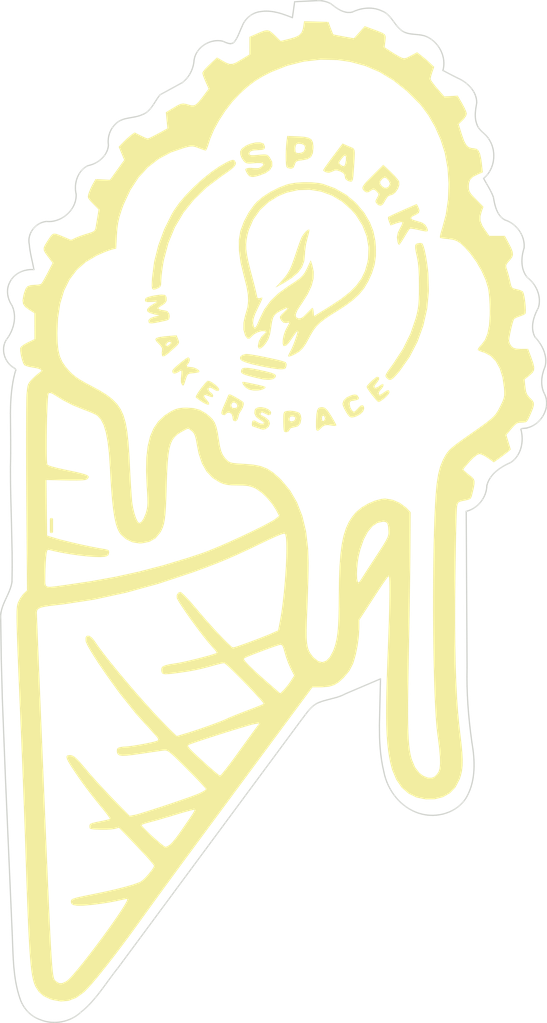
<source format=kicad_pcb>
(kicad_pcb (version 20211014) (generator pcbnew)
  (layers (0 "F.Cu" signal) (31 "B.Cu" signal) (34 "B.Paste" user) (35 "F.Paste" user) (36 "B.SilkS" user "B.Silkscreen") (37 "F.SilkS" user "F.Silkscreen") (38 "B.Mask" user) (39 "F.Mask" user) (44 "Edge.Cuts" user))
  (net 0 "")
  (footprint "summer_melt_badge_2022:summer_melt_cone_logo" (layer "F.Cu") (at 99.06 86.36)
    (fp_text reference "-" (at -18.31 1.64 90) (layer "F.SilkS") (effects (font (size 1.524 1.524) (thickness 0.3))))
    (fp_text value "LOGO" hide)
  )
  (gr_line (start 77.058427 66.869992) (end 77.105331 66.971151) (layer "Edge.Cuts") (width 0.119062))
  (gr_line (start 122.64143 54.423778) (end 122.724773 54.325498) (layer "Edge.Cuts") (width 0.119062))
  (gr_line (start 117.161823 115.800898) (end 117.486076 115.808691) (layer "Edge.Cuts") (width 0.119062))
  (gr_line (start 122.883294 50.952514) (end 122.852985 50.901027) (layer "Edge.Cuts") (width 0.119062))
  (gr_line (start 100.349618 38.84706) (end 100.215363 38.911535) (layer "Edge.Cuts") (width 0.119062))
  (gr_line (start 123.311144 52.923994) (end 123.325228 52.796186) (layer "Edge.Cuts") (width 0.119062))
  (gr_line (start 125.994308 79.003065) (end 125.943865 78.790584) (layer "Edge.Cuts") (width 0.119062))
  (gr_line (start 111.734013 38.377393) (end 111.550962 38.360404) (layer "Edge.Cuts") (width 0.119062))
  (gr_line (start 121.009771 107.002349) (end 120.922493 106.107347) (layer "Edge.Cuts") (width 0.119062))
  (gr_line (start 120.198235 45.229757) (end 120.021281 45.137365) (layer "Edge.Cuts") (width 0.119062))
  (gr_line (start 123.160113 53.546262) (end 123.201034 53.424868) (layer "Edge.Cuts") (width 0.119062))
  (gr_line (start 117.814647 41.78085) (end 117.641312 41.601508) (layer "Edge.Cuts") (width 0.119062))
  (gr_line (start 125.789399 59.716504) (end 125.657781 59.541149) (layer "Edge.Cuts") (width 0.119062))
  (gr_line (start 127.183979 78.366806) (end 127.291491 78.298145) (layer "Edge.Cuts") (width 0.119062))
  (gr_line (start 123.793412 58.085741) (end 123.753281 58.01877) (layer "Edge.Cuts") (width 0.119062))
  (gr_line (start 87.258982 130.431369) (end 104.867893 106.639556) (layer "Edge.Cuts") (width 0.119062))
  (gr_line (start 95.259293 42.084654) (end 95.175838 42.162124) (layer "Edge.Cuts") (width 0.119062))
  (gr_line (start 86.315006 51.376525) (end 86.330888 51.512863) (layer "Edge.Cuts") (width 0.119062))
  (gr_line (start 77.832878 63.699497) (end 77.681318 63.780834) (layer "Edge.Cuts") (width 0.119062))
  (gr_line (start 90.250286 48.126842) (end 90.134835 48.239015) (layer "Edge.Cuts") (width 0.119062))
  (gr_line (start 123.20805 56.268351) (end 123.156535 56.151486) (layer "Edge.Cuts") (width 0.119062))
  (gr_line (start 128.410897 76.252167) (end 128.407041 76.126053) (layer "Edge.Cuts") (width 0.119062))
  (gr_line (start 127.073344 69.201003) (end 127.060774 69.02038) (layer "Edge.Cuts") (width 0.119062))
  (gr_line (start 77.193071 129.604819) (end 77.246661 130.358874) (layer "Edge.Cuts") (width 0.119062))
  (gr_line (start 120.565361 114.303617) (end 120.656836 114.168456) (layer "Edge.Cuts") (width 0.119062))
  (gr_line (start 123.123205 83.254226) (end 123.254308 83.09806) (layer "Edge.Cuts") (width 0.119062))
  (gr_line (start 77.045632 64.347741) (end 76.996112 64.418913) (layer "Edge.Cuts") (width 0.119062))
  (gr_line (start 123.201034 53.424868) (end 123.236607 53.301698) (layer "Edge.Cuts") (width 0.119062))
  (gr_line (start 109.189576 38.756633) (end 109.120287 38.744091) (layer "Edge.Cuts") (width 0.119062))
  (gr_line (start 123.272146 51.900215) (end 123.242777 51.774996) (layer "Edge.Cuts") (width 0.119062))
  (gr_line (start 80.289379 135.57674) (end 80.541462 135.627397) (layer "Edge.Cuts") (width 0.119062))
  (gr_line (start 126.193874 61.546988) (end 126.246415 61.371548) (layer "Edge.Cuts") (width 0.119062))
  (gr_line (start 107.46968 37.829693) (end 107.392539 37.798785) (layer "Edge.Cuts") (width 0.119062))
  (gr_line (start 127.454972 65.310554) (end 127.361334 65.128159) (layer "Edge.Cuts") (width 0.119062))
  (gr_line (start 84.102636 53.623802) (end 84.022768 53.683001) (layer "Edge.Cuts") (width 0.119062))
  (gr_line (start 106.679778 104.929019) (end 106.828352 104.875568) (layer "Edge.Cuts") (width 0.119062))
  (gr_line (start 117.03467 41.166049) (end 116.922185 41.110592) (layer "Edge.Cuts") (width 0.119062))
  (gr_line (start 79.578078 59.106318) (end 79.498661 59.160673) (layer "Edge.Cuts") (width 0.119062))
  (gr_line (start 78.76274 61.321696) (end 78.806875 61.627414) (layer "Edge.Cuts") (width 0.119062))
  (gr_line (start 91.30066 46.662083) (end 91.30066 46.662083) (layer "Edge.Cuts") (width 0.119062))
  (gr_line (start 89.945183 48.388873) (end 89.876966 48.433216) (layer "Edge.Cuts") (width 0.119062))
  (gr_line (start 120.759096 102.515783) (end 120.770307 101.616325) (layer "Edge.Cuts") (width 0.119062))
  (gr_line (start 127.535456 65.498696) (end 127.454972 65.310554) (layer "Edge.Cuts") (width 0.119062))
  (gr_line (start 97.99723 41.761715) (end 97.962253 41.758679) (layer "Edge.Cuts") (width 0.119062))
  (gr_line (start 94.950407 42.417192) (end 94.884389 42.509331) (layer "Edge.Cuts") (width 0.119062))
  (gr_line (start 76.710257 72.39078) (end 76.767487 72.458991) (layer "Edge.Cuts") (width 0.119062))
  (gr_line (start 128.252079 72.78063) (end 128.276402 72.681986) (layer "Edge.Cuts") (width 0.119062))
  (gr_line (start 126.004962 78.715101) (end 126.021099 78.707114) (layer "Edge.Cuts") (width 0.119062))
  (gr_line (start 118.234609 42.398385) (end 118.112253 42.180935) (layer "Edge.Cuts") (width 0.119062))
  (gr_line (start 77.184045 67.177461) (end 77.216055 67.282356) (layer "Edge.Cuts") (width 0.119062))
  (gr_line (start 97.278544 41.52058) (end 97.278544 41.52058) (layer "Edge.Cuts") (width 0.119062))
  (gr_line (start 123.614534 57.73621) (end 123.556891 57.587821) (layer "Edge.Cuts") (width 0.119062))
  (gr_line (start 83.675759 54.030989) (end 83.616886 54.109747) (layer "Edge.Cuts") (width 0.119062))
  (gr_line (start 76.55757 72.171872) (end 76.656154 72.320079) (layer "Edge.Cuts") (width 0.119062))
  (gr_line (start 125.222507 81.749573) (end 125.30299 81.673656) (layer "Edge.Cuts") (width 0.119062))
  (gr_line (start 76.272746 71.337733) (end 76.300361 71.512564) (layer "Edge.Cuts") (width 0.119062))
  (gr_line (start 113.153797 38.977244) (end 113.094935 38.925584) (layer "Edge.Cuts") (width 0.119062))
  (gr_line (start 123.102202 56.03597) (end 122.986503 55.80831) (layer "Edge.Cuts") (width 0.119062))
  (gr_line (start 121.441743 110.788889) (end 121.429313 110.451865) (layer "Edge.Cuts") (width 0.119062))
  (gr_line (start 96.596355 41.488576) (end 96.483232 41.50393) (layer "Edge.Cuts") (width 0.119062))
  (gr_line (start 120.99385 86.542682) (end 121.091844 86.501917) (layer "Edge.Cuts") (width 0.119062))
  (gr_line (start 77.328523 72.919857) (end 77.361832 72.947501) (layer "Edge.Cuts") (width 0.119062))
  (gr_line (start 124.61831 58.757885) (end 124.516148 58.718128) (layer "Edge.Cuts") (width 0.119062))
  (gr_line (start 77.099262 127.322774) (end 77.156802 128.847098) (layer "Edge.Cuts") (width 0.119062))
  (gr_line (start 95.830184 41.708285) (end 95.727904 41.75983) (layer "Edge.Cuts") (width 0.119062))
  (gr_line (start 76.922193 82.362476) (end 76.92761 83.741055) (layer "Edge.Cuts") (width 0.119062))
  (gr_line (start 94.059335 44.822123) (end 93.969694 44.949876) (layer "Edge.Cuts") (width 0.119062))
  (gr_line (start 97.821894 41.7313) (end 97.751759 41.710253) (layer "Edge.Cuts") (width 0.119062))
  (gr_line (start 81.198405 58.762372) (end 81.066169 58.791696) (layer "Edge.Cuts") (width 0.119062))
  (gr_line (start 83.023077 57.254002) (end 82.963819 57.375089) (layer "Edge.Cuts") (width 0.119062))
  (gr_line (start 86.03081 52.381719) (end 85.9793 52.457929) (layer "Edge.Cuts") (width 0.119062))
  (gr_line (start 77.390222 72.976872) (end 77.402204 72.992354) (layer "Edge.Cuts") (width 0.119062))
  (gr_line (start 114.688231 114.822543) (end 114.965704 115.027977) (layer "Edge.Cuts") (width 0.119062))
  (gr_line (start 77.326382 73.45831) (end 77.267409 73.70271) (layer "Edge.Cuts") (width 0.119062))
  (gr_line (start 117.144103 41.226741) (end 117.03467 41.166049) (layer "Edge.Cuts") (width 0.119062))
  (gr_line (start 127.243265 69.818536) (end 127.205946 69.732268) (layer "Edge.Cuts") (width 0.119062))
  (gr_line (start 122.42195 85.194471) (end 122.465357 85.098052) (layer "Edge.Cuts") (width 0.119062))
  (gr_line (start 77.421004 73.02521) (end 77.427528 73.042702) (layer "Edge.Cuts") (width 0.119062))
  (gr_line (start 127.85294 77.777464) (end 127.930687 77.67531) (layer "Edge.Cuts") (width 0.119062))
  (gr_line (start 108.200579 104.500125) (end 108.351489 104.454352) (layer "Edge.Cuts") (width 0.119062))
  (gr_line (start 128.295992 72.583284) (end 128.310971 72.484586) (layer "Edge.Cuts") (width 0.119062))
  (gr_line (start 85.570265 132.684892) (end 85.991766 132.119831) (layer "Edge.Cuts") (width 0.119062))
  (gr_line (start 94.447429 43.972677) (end 94.401109 44.122192) (layer "Edge.Cuts") (width 0.119062))
  (gr_line (start 120.89608 113.7251) (end 121.028623 113.415898) (layer "Edge.Cuts") (width 0.119062))
  (gr_line (start 85.805502 52.673325) (end 85.741645 52.740523) (layer "Edge.Cuts") (width 0.119062))
  (gr_line (start 75.99244 96.518886) (end 75.982791 96.637357) (layer "Edge.Cuts") (width 0.119062))
  (gr_line (start 76.452306 70.3066) (end 76.413303 70.387416) (layer "Edge.Cuts") (width 0.119062))
  (gr_line (start 99.626029 39.360948) (end 99.527754 39.473109) (layer "Edge.Cuts") (width 0.119062))
  (gr_line (start 123.113855 53.665632) (end 123.160113 53.546262) (layer "Edge.Cuts") (width 0.119062))
  (gr_line (start 121.706864 49.483462) (end 121.663126 49.359857) (layer "Edge.Cuts") (width 0.119062))
  (gr_line (start 76.413303 70.387416) (end 76.378872 70.469714) (layer "Edge.Cuts") (width 0.119062))
  (gr_line (start 77.311568 67.927958) (end 77.309033 68.146254) (layer "Edge.Cuts") (width 0.119062))
  (gr_line (start 122.000206 49.99597) (end 121.926153 49.905086) (layer "Edge.Cuts") (width 0.119062))
  (gr_line (start 126.503362 64.131738) (end 126.447146 64.05552) (layer "Edge.Cuts") (width 0.119062))
  (gr_line (start 127.654082 65.888538) (end 127.602067 65.691664) (layer "Edge.Cuts") (width 0.119062))
  (gr_line (start 128.1413 71.230212) (end 128.06485 71.046943) (layer "Edge.Cuts") (width 0.119062))
  (gr_line (start 122.465357 85.098052) (end 122.504884 84.99998) (layer "Edge.Cuts") (width 0.119062))
  (gr_line (start 115.399846 40.835575) (end 115.243876 40.811123) (layer "Edge.Cuts") (width 0.119062))
  (gr_line (start 107.235443 37.744647) (end 107.155657 37.721501) (layer "Edge.Cuts") (width 0.119062))
  (gr_line (start 103.997779 39.271459) (end 103.997779 39.271459) (layer "Edge.Cuts") (width 0.119062))
  (gr_line (start 122.608773 55.140169) (end 122.48214 54.917905) (layer "Edge.Cuts") (width 0.119062))
  (gr_line (start 83.169175 55.80766) (end 83.178856 55.906359) (layer "Edge.Cuts") (width 0.119062))
  (gr_line (start 77.246661 130.358874) (end 77.326811 131.108732) (layer "Edge.Cuts") (width 0.119062))
  (gr_line (start 122.150218 85.647315) (end 122.21152 85.561072) (layer "Edge.Cuts") (width 0.119062))
  (gr_line (start 77.214054 73.94904) (end 77.166071 74.197075) (layer "Edge.Cuts") (width 0.119062))
  (gr_line (start 122.085639 85.73114) (end 122.150218 85.647315) (layer "Edge.Cuts") (width 0.119062))
  (gr_line (start 123.254308 83.09806) (end 123.396073 82.950328) (layer "Edge.Cuts") (width 0.119062))
  (gr_line (start 76.320437 95.391389) (end 76.230036 95.610876) (layer "Edge.Cuts") (width 0.119062))
  (gr_line (start 120.689084 86.639227) (end 120.792369 86.611464) (layer "Edge.Cuts") (width 0.119062))
  (gr_line (start 76.641245 65.635081) (end 76.652222 65.780642) (layer "Edge.Cuts") (width 0.119062))
  (gr_line (start 123.556891 57.587821) (end 123.506053 57.435984) (layer "Edge.Cuts") (width 0.119062))
  (gr_line (start 77.148413 69.007463) (end 77.074648 69.214622) (layer "Edge.Cuts") (width 0.119062))
  (gr_line (start 125.582792 81.336989) (end 125.64236 81.245469) (layer "Edge.Cuts") (width 0.119062))
  (gr_line (start 83.232843 56.335952) (end 83.226835 56.473078) (layer "Edge.Cuts") (width 0.119062))
  (gr_line (start 100.776919 38.712491) (end 100.630854 38.747091) (layer "Edge.Cuts") (width 0.119062))
  (gr_line (start 126.261772 63.733319) (end 126.224867 63.648944) (layer "Edge.Cuts") (width 0.119062))
  (gr_line (start 120.254828 114.675285) (end 120.364073 114.557058) (layer "Edge.Cuts") (width 0.119062))
  (gr_line (start 127.880903 70.692904) (end 127.77535 70.523131) (layer "Edge.Cuts") (width 0.119062))
  (gr_line (start 126.246415 61.371548) (end 126.246415 61.371548) (layer "Edge.Cuts") (width 0.119062))
  (gr_line (start 128.407261 76.378203) (end 128.410897 76.252167) (layer "Edge.Cuts") (width 0.119062))
  (gr_line (start 83.178856 55.906359) (end 83.192232 56.004338) (layer "Edge.Cuts") (width 0.119062))
  (gr_line (start 126.517502 78.644052) (end 126.539434 78.638271) (layer "Edge.Cuts") (width 0.119062))
  (gr_line (start 121.374087 109.779769) (end 121.333533 109.446101) (layer "Edge.Cuts") (width 0.119062))
  (gr_line (start 80.39036 58.825363) (end 80.293357 58.835788) (layer "Edge.Cuts") (width 0.119062))
  (gr_line (start 127.988144 74.750615) (end 127.960724 74.586054) (layer "Edge.Cuts") (width 0.119062))
  (gr_line (start 122.883294 50.952514) (end 122.883294 50.952514) (layer "Edge.Cuts") (width 0.119062))
  (gr_line (start 76.656154 72.320079) (end 76.710257 72.39078) (layer "Edge.Cuts") (width 0.119062))
  (gr_line (start 121.926153 49.905086) (end 121.891465 49.857888) (layer "Edge.Cuts") (width 0.119062))
  (gr_line (start 82.795136 135.300012) (end 83.022573 135.180316) (layer "Edge.Cuts") (width 0.119062))
  (gr_line (start 126.252783 61.041206) (end 126.244532 60.931986) (layer "Edge.Cuts") (width 0.119062))
  (gr_line (start 122.664416 84.277949) (end 122.66926 84.171258) (layer "Edge.Cuts") (width 0.119062))
  (gr_line (start 123.236607 53.301698) (end 123.266823 53.176997) (layer "Edge.Cuts") (width 0.119062))
  (gr_line (start 121.373632 86.355663) (end 121.46316 86.299351) (layer "Edge.Cuts") (width 0.119062))
  (gr_line (start 86.990627 49.49845) (end 86.893517 49.597106) (layer "Edge.Cuts") (width 0.119062))
  (gr_line (start 77.417108 73.166322) (end 77.405735 73.190592) (layer "Edge.Cuts") (width 0.119062))
  (gr_line (start 125.94925 78.774263) (end 125.956699 78.75956) (layer "Edge.Cuts") (width 0.119062))
  (gr_line (start 122.509994 50.493709) (end 122.423475 50.411583) (layer "Edge.Cuts") (width 0.119062))
  (gr_line (start 76.544267 70.15007) (end 76.49594 70.227429) (layer "Edge.Cuts") (width 0.119062))
  (gr_line (start 120.700257 45.567654) (end 120.53895 45.445258) (layer "Edge.Cuts") (width 0.119062))
  (gr_line (start 128.039634 73.418373) (end 128.083402 73.255022) (layer "Edge.Cuts") (width 0.119062))
  (gr_line (start 121.580703 48.982645) (end 121.567517 48.855267) (layer "Edge.Cuts") (width 0.119062))
  (gr_line (start 106.244841 105.12955) (end 106.312513 105.089517) (layer "Edge.Cuts") (width 0.119062))
  (gr_line (start 111.182687 38.358785) (end 110.99858 38.373439) (layer "Edge.Cuts") (width 0.119062))
  (gr_line (start 88.221418 48.911058) (end 88.050636 48.946905) (layer "Edge.Cuts") (width 0.119062))
  (gr_line (start 125.512716 59.376664) (end 125.355136 59.22421) (layer "Edge.Cuts") (width 0.119062))
  (gr_line (start 123.29605 52.026622) (end 123.272146 51.900215) (layer "Edge.Cuts") (width 0.119062))
  (gr_line (start 108.938127 104.22295) (end 109.079048 104.148715) (layer "Edge.Cuts") (width 0.119062))
  (gr_line (start 78.731693 61.013929) (end 78.745391 61.168098) (layer "Edge.Cuts") (width 0.119062))
  (gr_line (start 122.323893 85.381842) (end 122.374761 85.28911) (layer "Edge.Cuts") (width 0.119062))
  (gr_line (start 127.683068 77.969771) (end 127.770332 77.875716) (layer "Edge.Cuts") (width 0.119062))
  (gr_line (start 97.612485 41.658531) (end 97.543707 41.629892) (layer "Edge.Cuts") (width 0.119062))
  (gr_line (start 85.991766 132.119831) (end 86.407677 131.550145) (layer "Edge.Cuts") (width 0.119062))
  (gr_line (start 100.085961 38.985076) (end 99.961868 39.067234) (layer "Edge.Cuts") (width 0.119062))
  (gr_line (start 77.517054 132.224491) (end 77.60376 132.593738) (layer "Edge.Cuts") (width 0.119062))
  (gr_line (start 83.804061 53.882102) (end 83.738154 53.955048) (layer "Edge.Cuts") (width 0.119062))
  (gr_line (start 128.132748 77.348377) (end 128.189032 77.233556) (layer "Edge.Cuts") (width 0.119062))
  (gr_line (start 126.580214 78.623742) (end 126.598843 78.614809) (layer "Edge.Cuts") (width 0.119062))
  (gr_line (start 94.633736 43.017526) (end 94.601204 43.12775) (layer "Edge.Cuts") (width 0.119062))
  (gr_line (start 81.829326 58.515143) (end 81.708124 58.577255) (layer "Edge.Cuts") (width 0.119062))
  (gr_line (start 120.021281 45.137365) (end 119.841564 45.055687) (layer "Edge.Cuts") (width 0.119062))
  (gr_line (start 127.977727 70.867674) (end 127.880903 70.692904) (layer "Edge.Cuts") (width 0.119062))
  (gr_line (start 126.560375 78.631531) (end 126.580214 78.623742) (layer "Edge.Cuts") (width 0.119062))
  (gr_line (start 99.354459 39.716135) (end 99.280355 39.846106) (layer "Edge.Cuts") (width 0.119062))
  (gr_line (start 99.961868 39.067234) (end 99.843543 39.157563) (layer "Edge.Cuts") (width 0.119062))
  (gr_line (start 122.66926 84.171258) (end 122.697081 84.068769) (layer "Edge.Cuts") (width 0.119062))
  (gr_line (start 126.034124 80.107737) (end 126.055285 79.885949) (layer "Edge.Cuts") (width 0.119062))
  (gr_line (start 84.181599 134.266136) (end 84.432585 134.020748) (layer "Edge.Cuts") (width 0.119062))
  (gr_line (start 115.563191 115.374841) (end 115.881887 115.513318) (layer "Edge.Cuts") (width 0.119062))
  (gr_line (start 97.165657 41.499816) (end 97.052119 41.485398) (layer "Edge.Cuts") (width 0.119062))
  (gr_line (start 103.065699 38.928703) (end 102.877022 38.870028) (layer "Edge.Cuts") (width 0.119062))
  (gr_line (start 127.307644 67.763586) (end 127.378127 67.591792) (layer "Edge.Cuts") (width 0.119062))
  (gr_line (start 108.272361 38.364234) (end 108.151279 38.282163) (layer "Edge.Cuts") (width 0.119062))
  (gr_line (start 113.571162 39.450864) (end 113.473376 39.324987) (layer "Edge.Cuts") (width 0.119062))
  (gr_line (start 110.99858 38.373439) (end 110.81524 38.397924) (layer "Edge.Cuts") (width 0.119062))
  (gr_line (start 121.580865 46.757041) (end 121.545957 46.664511) (layer "Edge.Cuts") (width 0.119062))
  (gr_line (start 123.873428 82.554974) (end 124.045933 82.438215) (layer "Edge.Cuts") (width 0.119062))
  (gr_line (start 121.676789 47.143246) (end 121.659672 47.044371) (layer "Edge.Cuts") (width 0.119062))
  (gr_line (start 98.672862 41.207442) (end 98.620292 41.301172) (layer "Edge.Cuts") (width 0.119062))
  (gr_line (start 122.802848 54.223465) (end 122.875645 54.117924) (layer "Edge.Cuts") (width 0.119062))
  (gr_line (start 113.094935 38.925584) (end 113.034023 38.876214) (layer "Edge.Cuts") (width 0.119062))
  (gr_line (start 113.473376 39.324987) (end 113.372121 39.203107) (layer "Edge.Cuts") (width 0.119062))
  (gr_line (start 127.77535 70.523131) (end 127.66204 70.358853) (layer "Edge.Cuts") (width 0.119062))
  (gr_line (start 76.701502 65.058161) (end 76.670087 65.200383) (layer "Edge.Cuts") (width 0.119062))
  (gr_line (start 77.052245 93.507278) (end 77.028755 93.623641) (layer "Edge.Cuts") (width 0.119062))
  (gr_line (start 111.550962 38.360404) (end 111.367001 38.354321) (layer "Edge.Cuts") (width 0.119062))
  (gr_line (start 127.285282 69.90397) (end 127.285282 69.90397) (layer "Edge.Cuts") (width 0.119062))
  (gr_line (start 125.879412 80.752715) (end 125.914877 80.648388) (layer "Edge.Cuts") (width 0.119062))
  (gr_line (start 87.258982 130.431369) (end 87.258982 130.431369) (layer "Edge.Cuts") (width 0.119062))
  (gr_line (start 127.243861 67.938428) (end 127.307644 67.763586) (layer "Edge.Cuts") (width 0.119062))
  (gr_line (start 128.215227 75.384201) (end 128.215227 75.384201) (layer "Edge.Cuts") (width 0.119062))
  (gr_line (start 87.189119 49.315823) (end 87.120732 49.371666) (layer "Edge.Cuts") (width 0.119062))
  (gr_line (start 78.152757 63.569417) (end 77.990344 63.629002) (layer "Edge.Cuts") (width 0.119062))
  (gr_line (start 77.433822 73.100155) (end 77.431004 73.121163) (layer "Edge.Cuts") (width 0.119062))
  (gr_line (start 93.66012 45.301718) (end 93.543735 45.407237) (layer "Edge.Cuts") (width 0.119062))
  (gr_line (start 76.618733 94.738648) (end 76.417326 95.173368) (layer "Edge.Cuts") (width 0.119062))
  (gr_line (start 121.550319 86.239471) (end 121.635009 86.17615) (layer "Edge.Cuts") (width 0.119062))
  (gr_line (start 128.353423 76.7529) (end 128.378321 76.628863) (layer "Edge.Cuts") (width 0.119062))
  (gr_line (start 77.056684 72.734638) (end 77.091406 72.763548) (layer "Edge.Cuts") (width 0.119062))
  (gr_line (start 77.376716 72.961941) (end 77.390222 72.976872) (layer "Edge.Cuts") (width 0.119062))
  (gr_line (start 128.276402 72.681986) (end 128.295992 72.583284) (layer "Edge.Cuts") (width 0.119062))
  (gr_line (start 83.189723 56.742251) (end 83.159188 56.87385) (layer "Edge.Cuts") (width 0.119062))
  (gr_line (start 120.770307 101.616325) (end 120.770307 101.616325) (layer "Edge.Cuts") (width 0.119062))
  (gr_line (start 118.452281 44.338345) (end 118.452281 44.338345) (layer "Edge.Cuts") (width 0.119062))
  (gr_line (start 82.748359 57.718315) (end 82.664925 57.825297) (layer "Edge.Cuts") (width 0.119062))
  (gr_line (start 121.404827 111.795448) (end 121.430622 111.461382) (layer "Edge.Cuts") (width 0.119062))
  (gr_line (start 101.525752 38.644303) (end 101.327419 38.647665) (layer "Edge.Cuts") (width 0.119062))
  (gr_line (start 79.621539 135.354905) (end 79.798151 135.420776) (layer "Edge.Cuts") (width 0.119062))
  (gr_line (start 96.041344 41.61966) (end 95.934745 41.661518) (layer "Edge.Cuts") (width 0.119062))
  (gr_line (start 117.971947 41.974541) (end 117.814647 41.78085) (layer "Edge.Cuts") (width 0.119062))
  (gr_line (start 83.273693 54.820039) (end 83.2469 54.9162) (layer "Edge.Cuts") (width 0.119062))
  (gr_line (start 115.257577 115.212569) (end 115.563191 115.374841) (layer "Edge.Cuts") (width 0.119062))
  (gr_line (start 89.416155 48.645069) (end 89.252368 48.700464) (layer "Edge.Cuts") (width 0.119062))
  (gr_line (start 105.759646 105.524415) (end 105.872679 105.414982) (layer "Edge.Cuts") (width 0.119062))
  (gr_line (start 121.442553 111.125629) (end 121.441743 110.788889) (layer "Edge.Cuts") (width 0.119062))
  (gr_line (start 77.291473 72.893463) (end 77.328523 72.919857) (layer "Edge.Cuts") (width 0.119062))
  (gr_line (start 120.741818 114.027704) (end 120.741818 114.027704) (layer "Edge.Cuts") (width 0.119062))
  (gr_line (start 79.053918 62.839152) (end 79.118207 63.141643) (layer "Edge.Cuts") (width 0.119062))
  (gr_line (start 77.399746 63.975759) (end 77.27165 64.08921) (layer "Edge.Cuts") (width 0.119062))
  (gr_line (start 112.38964 108.851747) (end 112.428639 109.406244) (layer "Edge.Cuts") (width 0.119062))
  (gr_line (start 89.252368 48.700464) (end 89.084662 48.746302) (layer "Edge.Cuts") (width 0.119062))
  (gr_line (start 125.355136 59.22421) (end 125.185973 59.084946) (layer "Edge.Cuts") (width 0.119062))
  (gr_line (start 99.280355 39.846106) (end 99.215222 39.98112) (layer "Edge.Cuts") (width 0.119062))
  (gr_line (start 123.679743 57.880182) (end 123.614534 57.73621) (layer "Edge.Cuts") (width 0.119062))
  (gr_line (start 122.48214 54.917905) (end 122.359892 54.693618) (layer "Edge.Cuts") (width 0.119062))
  (gr_line (start 121.689076 47.243596) (end 121.676789 47.143246) (layer "Edge.Cuts") (width 0.119062))
  (gr_line (start 79.498661 59.160673) (end 79.421999 59.218958) (layer "Edge.Cuts") (width 0.119062))
  (gr_line (start 120.656836 114.168456) (end 120.741818 114.027704) (layer "Edge.Cuts") (width 0.119062))
  (gr_line (start 78.700541 60.530798) (end 78.695182 60.626792) (layer "Edge.Cuts") (width 0.119062))
  (gr_line (start 91.199562 46.786995) (end 91.103227 46.917768) (layer "Edge.Cuts") (width 0.119062))
  (gr_line (start 128.133743 73.093964) (end 128.190141 72.935674) (layer "Edge.Cuts") (width 0.119062))
  (gr_line (start 79.348251 59.280983) (end 79.277577 59.346557) (layer "Edge.Cuts") (width 0.119062))
  (gr_line (start 84.907708 133.504957) (end 85.134112 133.236709) (layer "Edge.Cuts") (width 0.119062))
  (gr_line (start 77.023312 87.876555) (end 77.082279 90.633263) (layer "Edge.Cuts") (width 0.119062))
  (gr_line (start 119.841564 45.055687) (end 119.492875 44.878999) (layer "Edge.Cuts") (width 0.119062))
  (gr_line (start 89.084662 48.746302) (end 88.914012 48.784838) (layer "Edge.Cuts") (width 0.119062))
  (gr_line (start 98.371024 41.649779) (end 98.338287 41.673298) (layer "Edge.Cuts") (width 0.119062))
  (gr_line (start 128.003373 77.569548) (end 128.070794 77.460473) (layer "Edge.Cuts") (width 0.119062))
  (gr_line (start 121.659672 47.044371) (end 121.637876 46.947015) (layer "Edge.Cuts") (width 0.119062))
  (gr_line (start 98.722476 41.11175) (end 98.672862 41.207442) (layer "Edge.Cuts") (width 0.119062))
  (gr_line (start 117.54893 41.517733) (end 117.452899 41.438163) (layer "Edge.Cuts") (width 0.119062))
  (gr_line (start 123.314496 52.15397) (end 123.29605 52.026622) (layer "Edge.Cuts") (width 0.119062))
  (gr_line (start 120.922493 106.107347) (end 120.85266 105.210925) (layer "Edge.Cuts") (width 0.119062))
  (gr_line (start 120.85266 105.210925) (end 120.801399 104.313348) (layer "Edge.Cuts") (width 0.119062))
  (gr_line (start 86.305737 51.700801) (end 86.286101 51.792312) (layer "Edge.Cuts") (width 0.119062))
  (gr_line (start 81.708124 58.577255) (end 81.584146 58.633258) (layer "Edge.Cuts") (width 0.119062))
  (gr_line (start 119.14572 44.699411) (end 118.452281 44.338345) (layer "Edge.Cuts") (width 0.119062))
  (gr_line (start 125.64236 81.245469) (end 125.697835 81.151366) (layer "Edge.Cuts") (width 0.119062))
  (gr_line (start 78.727522 60.34109) (end 78.711374 60.4355) (layer "Edge.Cuts") (width 0.119062))
  (gr_line (start 124.223148 82.328507) (end 124.403881 82.225573) (layer "Edge.Cuts") (width 0.119062))
  (gr_line (start 77.082279 90.633263) (end 77.089 92.0115) (layer "Edge.Cuts") (width 0.119062))
  (gr_line (start 83.946377 53.745902) (end 83.873471 53.812328) (layer "Edge.Cuts") (width 0.119062))
  (gr_line (start 126.224867 63.648944) (end 126.191562 63.563241) (layer "Edge.Cuts") (width 0.119062))
  (gr_line (start 87.718721 49.039535) (end 87.559534 49.100827) (layer "Edge.Cuts") (width 0.119062))
  (gr_line (start 105.058249 106.389796) (end 105.248883 106.134612) (layer "Edge.Cuts") (width 0.119062))
  (gr_line (start 124.08727 58.447437) (end 124.031499 58.392538) (layer "Edge.Cuts") (width 0.119062))
  (gr_line (start 93.969694 44.949876) (end 93.873206 45.072651) (layer "Edge.Cuts") (width 0.119062))
  (gr_line (start 77.026477 72.70364) (end 77.026477 72.70364) (layer "Edge.Cuts") (width 0.119062))
  (gr_line (start 76.438771 112.165465) (end 77.099262 127.322774) (layer "Edge.Cuts") (width 0.119062))
  (gr_line (start 126.422034 78.659435) (end 126.471097 78.653108) (layer "Edge.Cuts") (width 0.119062))
  (gr_line (start 128.32094 71.993337) (end 128.296898 71.799045) (layer "Edge.Cuts") (width 0.119062))
  (gr_line (start 126.447146 64.05552) (end 126.394966 63.977467) (layer "Edge.Cuts") (width 0.119062))
  (gr_line (start 125.943865 78.790584) (end 125.943865 78.790584) (layer "Edge.Cuts") (width 0.119062))
  (gr_line (start 96.938176 41.477196) (end 96.824071 41.475078) (layer "Edge.Cuts") (width 0.119062))
  (gr_line (start 120.801399 104.313348) (end 120.769836 103.414879) (layer "Edge.Cuts") (width 0.119062))
  (gr_line (start 121.654844 47.700651) (end 121.698542 47.448543) (layer "Edge.Cuts") (width 0.119062))
  (gr_line (start 76.080521 96.05733) (end 76.027323 96.285835) (layer "Edge.Cuts") (width 0.119062))
  (gr_line (start 78.701528 60.820109) (end 78.713553 60.917051) (layer "Edge.Cuts") (width 0.119062))
  (gr_line (start 109.079048 104.148715) (end 112.457251 102.711786) (layer "Edge.Cuts") (width 0.119062))
  (gr_line (start 83.738154 53.955048) (end 83.675759 54.030989) (layer "Edge.Cuts") (width 0.119062))
  (gr_line (start 121.364047 112.127124) (end 121.404827 111.795448) (layer "Edge.Cuts") (width 0.119062))
  (gr_line (start 98.204398 41.738144) (end 98.170303 41.747684) (layer "Edge.Cuts") (width 0.119062))
  (gr_line (start 123.506053 57.435984) (end 123.461256 57.281668) (layer "Edge.Cuts") (width 0.119062))
  (gr_line (start 94.555692 43.355736) (end 94.555692 43.355736) (layer "Edge.Cuts") (width 0.119062))
  (gr_line (start 79.798151 135.420776) (end 79.798151 135.420776) (layer "Edge.Cuts") (width 0.119062))
  (gr_line (start 122.552829 54.518055) (end 122.64143 54.423778) (layer "Edge.Cuts") (width 0.119062))
  (gr_line (start 97.892119 41.747782) (end 97.821894 41.7313) (layer "Edge.Cuts") (width 0.119062))
  (gr_line (start 121.562535 48.47027) (end 121.570424 48.341474) (layer "Edge.Cuts") (width 0.119062))
  (gr_line (start 106.664941 37.640194) (end 106.581942 37.63663) (layer "Edge.Cuts") (width 0.119062))
  (gr_line (start 113.53993 113.534407) (end 113.735518 113.821908) (layer "Edge.Cuts") (width 0.119062))
  (gr_line (start 126.07753 78.689184) (end 126.120745 78.681337) (layer "Edge.Cuts") (width 0.119062))
  (gr_line (start 76.789411 66.350074) (end 76.845214 66.486207) (layer "Edge.Cuts") (width 0.119062))
  (gr_line (start 127.71144 66.290322) (end 127.69078 66.088398) (layer "Edge.Cuts") (width 0.119062))
  (gr_line (start 126.598843 78.614809) (end 126.598843 78.614809) (layer "Edge.Cuts") (width 0.119062))
  (gr_line (start 98.504396 41.481409) (end 98.44013 41.567245) (layer "Edge.Cuts") (width 0.119062))
  (gr_line (start 95.628152 41.816022) (end 95.53117 41.876732) (layer "Edge.Cuts") (width 0.119062))
  (gr_line (start 78.691086 134.744507) (end 78.829275 134.869209) (layer "Edge.Cuts") (width 0.119062))
  (gr_line (start 79.126818 135.092638) (end 79.285572 135.190307) (layer "Edge.Cuts") (width 0.119062))
  (gr_line (start 94.672461 42.90999) (end 94.633736 43.017526) (layer "Edge.Cuts") (width 0.119062))
  (gr_line (start 125.185973 59.084946) (end 125.00616 58.96003) (layer "Edge.Cuts") (width 0.119062))
  (gr_line (start 116.352404 40.93919) (end 116.195282 40.916243) (layer "Edge.Cuts") (width 0.119062))
  (gr_line (start 124.516148 58.718128) (end 124.412138 58.682974) (layer "Edge.Cuts") (width 0.119062))
  (gr_line (start 78.31916 63.520812) (end 78.152757 63.569417) (layer "Edge.Cuts") (width 0.119062))
  (gr_line (start 123.880875 58.214436) (end 123.835912 58.151004) (layer "Edge.Cuts") (width 0.119062))
  (gr_line (start 111.915593 38.405646) (end 111.734013 38.377393) (layer "Edge.Cuts") (width 0.119062))
  (gr_line (start 98.101526 41.759648) (end 98.066889 41.762327) (layer "Edge.Cuts") (width 0.119062))
  (gr_line (start 118.538134 43.843018) (end 118.543888 43.718376) (layer "Edge.Cuts") (width 0.119062))
  (gr_line (start 120.998636 45.839952) (end 120.853894 45.699337) (layer "Edge.Cuts") (width 0.119062))
  (gr_line (start 125.997919 80.327084) (end 126.034124 80.107737) (layer "Edge.Cuts") (width 0.119062))
  (gr_line (start 93.873206 45.072651) (end 93.769979 45.19006) (layer "Edge.Cuts") (width 0.119062))
  (gr_line (start 77.16968 72.817011) (end 77.251864 72.867842) (layer "Edge.Cuts") (width 0.119062))
  (gr_line (start 126.021099 78.707114) (end 126.038645 78.700193) (layer "Edge.Cuts") (width 0.119062))
  (gr_line (start 121.600638 49.109301) (end 121.580703 48.982645) (layer "Edge.Cuts") (width 0.119062))
  (gr_line (start 82.383759 58.12082) (end 82.280697 58.210105) (layer "Edge.Cuts") (width 0.119062))
  (gr_line (start 128.002957 73.583541) (end 128.039634 73.418373) (layer "Edge.Cuts") (width 0.119062))
  (gr_line (start 102.877022 38.870028) (end 102.68741 38.816431) (layer "Edge.Cuts") (width 0.119062))
  (gr_line (start 128.329451 72.189139) (end 128.32094 71.993337) (layer "Edge.Cuts") (width 0.119062))
  (gr_line (start 123.386736 56.969474) (end 123.355488 56.813532) (layer "Edge.Cuts") (width 0.119062))
  (gr_line (start 76.007407 96.401744) (end 75.99244 96.518886) (layer "Edge.Cuts") (width 0.119062))
  (gr_line (start 116.922185 41.110592) (end 116.80677 41.060575) (layer "Edge.Cuts") (width 0.119062))
  (gr_line (start 83.226835 56.473078) (end 83.212367 56.608586) (layer "Edge.Cuts") (width 0.119062))
  (gr_line (start 108.351489 104.454352) (end 108.500997 104.40461) (layer "Edge.Cuts") (width 0.119062))
  (gr_line (start 86.320716 51.607632) (end 86.305737 51.700801) (layer "Edge.Cuts") (width 0.119062))
  (gr_line (start 75.980926 96.878669) (end 75.98945 97.001703) (layer "Edge.Cuts") (width 0.119062))
  (gr_line (start 120.02056 114.894618) (end 120.140229 114.787814) (layer "Edge.Cuts") (width 0.119062))
  (gr_line (start 122.248558 50.249233) (end 122.162657 50.167077) (layer "Edge.Cuts") (width 0.119062))
  (gr_line (start 100.926005 38.688744) (end 100.926005 38.688744) (layer "Edge.Cuts") (width 0.119062))
  (gr_line (start 128.252079 72.78063) (end 128.252079 72.78063) (layer "Edge.Cuts") (width 0.119062))
  (gr_line (start 108.915738 38.689143) (end 108.78222 38.639589) (layer "Edge.Cuts") (width 0.119062))
  (gr_line (start 109.400645 38.77482) (end 109.329763 38.772149) (layer "Edge.Cuts") (width 0.119062))
  (gr_line (start 126.539434 78.638271) (end 126.560375 78.631531) (layer "Edge.Cuts") (width 0.119062))
  (gr_line (start 125.048689 81.890253) (end 125.13775 81.821832) (layer "Edge.Cuts") (width 0.119062))
  (gr_line (start 77.071073 93.389646) (end 77.052245 93.507278) (layer "Edge.Cuts") (width 0.119062))
  (gr_line (start 113.954665 39.964809) (end 113.571162 39.450864) (layer "Edge.Cuts") (width 0.119062))
  (gr_line (start 116.045935 115.573172) (end 116.213007 115.626523) (layer "Edge.Cuts") (width 0.119062))
  (gr_line (start 77.391216 73.216069) (end 77.391216 73.216069) (layer "Edge.Cuts") (width 0.119062))
  (gr_line (start 126.057492 78.694247) (end 126.07753 78.689184) (layer "Edge.Cuts") (width 0.119062))
  (gr_line (start 125.840006 80.855355) (end 125.879412 80.752715) (layer "Edge.Cuts") (width 0.119062))
  (gr_line (start 76.142161 104.585788) (end 76.438771 112.165465) (layer "Edge.Cuts") (width 0.119062))
  (gr_line (start 76.273179 70.89762) (end 76.264913 70.985328) (layer "Edge.Cuts") (width 0.119062))
  (gr_line (start 106.382008 105.051965) (end 106.453403 105.017017) (layer "Edge.Cuts") (width 0.119062))
  (gr_line (start 122.654884 84.384009) (end 122.664416 84.277949) (layer "Edge.Cuts") (width 0.119062))
  (gr_line (start 84.541975 53.429344) (end 84.363017 53.470187) (layer "Edge.Cuts") (width 0.119062))
  (gr_line (start 121.545957 46.664511) (end 121.506984 46.57368) (layer "Edge.Cuts") (width 0.119062))
  (gr_line (start 77.309033 68.146254) (end 77.290647 68.364383) (layer "Edge.Cuts") (width 0.119062))
  (gr_line (start 118.50766 43.222742) (end 118.484391 43.100597) (layer "Edge.Cuts") (width 0.119062))
  (gr_line (start 96.259679 41.551193) (end 96.149737 41.582841) (layer "Edge.Cuts") (width 0.119062))
  (gr_line (start 79.660089 59.056083) (end 79.578078 59.106318) (layer "Edge.Cuts") (width 0.119062))
  (gr_line (start 87.120732 49.371666) (end 87.054528 49.432447) (layer "Edge.Cuts") (width 0.119062))
  (gr_line (start 127.291491 78.298145) (end 127.395358 78.223817) (layer "Edge.Cuts") (width 0.119062))
  (gr_line (start 128.239444 77.116304) (end 128.283782 76.996914) (layer "Edge.Cuts") (width 0.119062))
  (gr_line (start 83.212367 56.608586) (end 83.189723 56.742251) (layer "Edge.Cuts") (width 0.119062))
  (gr_line (start 116.523013 115.710027) (end 116.840044 115.768081) (layer "Edge.Cuts") (width 0.119062))
  (gr_line (start 109.616345 38.760668) (end 109.543944 38.769231) (layer "Edge.Cuts") (width 0.119062))
  (gr_line (start 121.717128 86.109518) (end 121.796576 86.039701) (layer "Edge.Cuts") (width 0.119062))
  (gr_line (start 121.947055 85.891023) (end 122.017884 85.812419) (layer "Edge.Cuts") (width 0.119062))
  (gr_line (start 95.021151 42.328524) (end 94.950407 42.417192) (layer "Edge.Cuts") (width 0.119062))
  (gr_line (start 86.163976 52.140648) (end 86.123298 52.223022) (layer "Edge.Cuts") (width 0.119062))
  (gr_line (start 120.689084 86.639227) (end 120.689084 86.639227) (layer "Edge.Cuts") (width 0.119062))
  (gr_line (start 124.272607 58.597035) (end 124.207729 58.549807) (layer "Edge.Cuts") (width 0.119062))
  (gr_line (start 104.867893 106.639556) (end 105.058249 106.389796) (layer "Edge.Cuts") (width 0.119062))
  (gr_line (start 78.882377 59.888993) (end 78.842057 59.976117) (layer "Edge.Cuts") (width 0.119062))
  (gr_line (start 109.929606 38.655294) (end 109.762607 38.731251) (layer "Edge.Cuts") (width 0.119062))
  (gr_line (start 120.769836 103.414879) (end 120.759096 102.515783) (layer "Edge.Cuts") (width 0.119062))
  (gr_line (start 123.070435 51.290954) (end 123.013584 51.175387) (layer "Edge.Cuts") (width 0.119062))
  (gr_line (start 121.46316 86.299351) (end 121.550319 86.239471) (layer "Edge.Cuts") (width 0.119062))
  (gr_line (start 118.450924 115.684049) (end 118.762317 115.593871) (layer "Edge.Cuts") (width 0.119062))
  (gr_line (start 107.392539 37.798785) (end 107.314431 37.770423) (layer "Edge.Cuts") (width 0.119062))
  (gr_line (start 124.145982 58.4999) (end 124.08727 58.447437) (layer "Edge.Cuts") (width 0.119062))
  (gr_line (start 123.062269 53.78273) (end 123.113855 53.665632) (layer "Edge.Cuts") (width 0.119062))
  (gr_line (start 76.94627 76.215287) (end 76.927923 76.720905) (layer "Edge.Cuts") (width 0.119062))
  (gr_line (start 94.823341 42.604811) (end 94.767507 42.703502) (layer "Edge.Cuts") (width 0.119062))
  (gr_line (start 86.313903 50.964335) (end 86.306549 51.10178) (layer "Edge.Cuts") (width 0.119062))
  (gr_line (start 127.669974 66.89928) (end 127.688187 66.798126) (layer "Edge.Cuts") (width 0.119062))
  (gr_line (start 122.423475 50.411583) (end 122.248558 50.249233) (layer "Edge.Cuts") (width 0.119062))
  (gr_line (start 122.986503 55.80831) (end 122.863801 55.584023) (layer "Edge.Cuts") (width 0.119062))
  (gr_line (start 86.306549 51.10178) (end 86.306905 51.239337) (layer "Edge.Cuts") (width 0.119062))
  (gr_line (start 126.721105 64.334604) (end 126.5637 64.20602) (layer "Edge.Cuts") (width 0.119062))
  (gr_line (start 125.519101 81.425747) (end 125.582792 81.336989) (layer "Edge.Cuts") (width 0.119062))
  (gr_line (start 125.990345 78.724248) (end 126.004962 78.715101) (layer "Edge.Cuts") (width 0.119062))
  (gr_line (start 126.061642 79.663153) (end 126.053438 79.440785) (layer "Edge.Cuts") (width 0.119062))
  (gr_line (start 76.717337 94.52041) (end 76.618733 94.738648) (layer "Edge.Cuts") (width 0.119062))
  (gr_line (start 106.415664 37.638441) (end 106.415664 37.638441) (layer "Edge.Cuts") (width 0.119062))
  (gr_line (start 124.031499 58.392538) (end 123.978573 58.335324) (layer "Edge.Cuts") (width 0.119062))
  (gr_line (start 127.120867 69.469144) (end 127.101028 69.380229) (layer "Edge.Cuts") (width 0.119062))
  (gr_line (start 76.26077 71.161546) (end 76.264773 71.249726) (layer "Edge.Cuts") (width 0.119062))
  (gr_line (start 126.190287 60.609036) (end 126.162764 60.50344) (layer "Edge.Cuts") (width 0.119062))
  (gr_line (start 121.663126 49.359857) (end 121.627915 49.235088) (layer "Edge.Cuts") (width 0.119062))
  (gr_line (start 94.540393 43.512031) (end 94.517178 43.667211) (layer "Edge.Cuts") (width 0.119062))
  (gr_line (start 106.581942 37.63663) (end 106.498821 37.636031) (layer "Edge.Cuts") (width 0.119062))
  (gr_line (start 94.486154 43.820888) (end 94.447429 43.972677) (layer "Edge.Cuts") (width 0.119062))
  (gr_line (start 82.664925 57.825297) (end 82.576157 57.928192) (layer "Edge.Cuts") (width 0.119062))
  (gr_line (start 126.07745 62.094131) (end 126.108696 61.90909) (layer "Edge.Cuts") (width 0.119062))
  (gr_line (start 86.078859 52.303397) (end 86.03081 52.381719) (layer "Edge.Cuts") (width 0.119062))
  (gr_line (start 121.567517 48.855267) (end 121.560489 48.727313) (layer "Edge.Cuts") (width 0.119062))
  (gr_line (start 77.326811 131.108732) (end 77.379735 131.481922) (layer "Edge.Cuts") (width 0.119062))
  (gr_line (start 84.893059 53.309161) (end 84.719054 53.375517) (layer "Edge.Cuts") (width 0.119062))
  (gr_line (start 76.264773 71.249726) (end 76.272746 71.337733) (layer "Edge.Cuts") (width 0.119062))
  (gr_line (start 77.60376 132.593738) (end 77.704038 132.961538) (layer "Edge.Cuts") (width 0.119062))
  (gr_line (start 75.98945 97.001703) (end 76.042124 100.794471) (layer "Edge.Cuts") (width 0.119062))
  (gr_line (start 123.013584 51.175387) (end 122.951207 51.062491) (layer "Edge.Cuts") (width 0.119062))
  (gr_line (start 103.253519 38.99169) (end 103.065699 38.928703) (layer "Edge.Cuts") (width 0.119062))
  (gr_line (start 106.498821 37.636031) (end 106.415664 37.638441) (layer "Edge.Cuts") (width 0.119062))
  (gr_line (start 118.543598 43.593822) (end 118.537383 43.469561) (layer "Edge.Cuts") (width 0.119062))
  (gr_line (start 109.689235 38.748059) (end 109.616345 38.760668) (layer "Edge.Cuts") (width 0.119062))
  (gr_line (start 126.721539 78.578896) (end 126.841603 78.535845) (layer "Edge.Cuts") (width 0.119062))
  (gr_line (start 76.767487 72.458991) (end 76.827785 72.524549) (layer "Edge.Cuts") (width 0.119062))
  (gr_line (start 126.5637 64.20602) (end 126.503362 64.131738) (layer "Edge.Cuts") (width 0.119062))
  (gr_line (start 121.771944 49.654576) (end 121.747652 49.599514) (layer "Edge.Cuts") (width 0.119062))
  (gr_line (start 83.2469 54.9162) (end 83.223715 55.013411) (layer "Edge.Cuts") (width 0.119062))
  (gr_line (start 121.582102 48.212693) (end 121.614451 47.95576) (layer "Edge.Cuts") (width 0.119062))
  (gr_line (start 114.454356 40.478931) (end 114.390856 40.424575) (layer "Edge.Cuts") (width 0.119062))
  (gr_line (start 81.584146 58.633258) (end 81.457678 58.682928) (layer "Edge.Cuts") (width 0.119062))
  (gr_line (start 85.384655 53.039456) (end 85.227055 53.140676) (layer "Edge.Cuts") (width 0.119062))
  (gr_line (start 86.646037 49.926395) (end 86.578279 50.045664) (layer "Edge.Cuts") (width 0.119062))
  (gr_line (start 122.622158 84.593728) (end 122.640764 84.489312) (layer "Edge.Cuts") (width 0.119062))
  (gr_line (start 123.33506 52.410503) (end 123.327496 52.282013) (layer "Edge.Cuts") (width 0.119062))
  (gr_line (start 123.207931 51.651214) (end 123.167598 51.529115) (layer "Edge.Cuts") (width 0.119062))
  (gr_line (start 88.050636 48.946905) (end 87.882746 48.98898) (layer "Edge.Cuts") (width 0.119062))
  (gr_line (start 120.741818 114.027704) (end 120.89608 113.7251) (layer "Edge.Cuts") (width 0.119062))
  (gr_line (start 120.792369 86.611464) (end 120.893991 86.57924) (layer "Edge.Cuts") (width 0.119062))
  (gr_line (start 86.330888 51.512863) (end 86.330888 51.512863) (layer "Edge.Cuts") (width 0.119062))
  (gr_line (start 121.367213 46.311817) (end 121.256521 46.146549) (layer "Edge.Cuts") (width 0.119062))
  (gr_line (start 121.232159 108.787033) (end 121.113368 107.895665) (layer "Edge.Cuts") (width 0.119062))
  (gr_line (start 76.944021 79.79299) (end 76.945341 81.077769) (layer "Edge.Cuts") (width 0.119062))
  (gr_line (start 102.496786 38.768675) (end 102.305071 38.727527) (layer "Edge.Cuts") (width 0.119062))
  (gr_line (start 79.450579 135.277905) (end 79.621539 135.354905) (layer "Edge.Cuts") (width 0.119062))
  (gr_line (start 80.293357 58.835788) (end 80.197669 58.851854) (layer "Edge.Cuts") (width 0.119062))
  (gr_line (start 80.662472 58.835386) (end 80.526525 58.834439) (layer "Edge.Cuts") (width 0.119062))
  (gr_line (start 121.187873 86.457074) (end 121.281836 86.40828) (layer "Edge.Cuts") (width 0.119062))
  (gr_line (start 127.602067 65.691664) (end 127.535456 65.498696) (layer "Edge.Cuts") (width 0.119062))
  (gr_line (start 128.283782 76.996914) (end 128.321842 76.875681) (layer "Edge.Cuts") (width 0.119062))
  (gr_line (start 117.250365 41.292461) (end 117.144103 41.226741) (layer "Edge.Cuts") (width 0.119062))
  (gr_line (start 79.798151 135.420776) (end 80.041222 135.507934) (layer "Edge.Cuts") (width 0.119062))
  (gr_line (start 125.451257 81.511564) (end 125.519101 81.425747) (layer "Edge.Cuts") (width 0.119062))
  (gr_line (start 76.741848 66.210847) (end 76.789411 66.350074) (layer "Edge.Cuts") (width 0.119062))
  (gr_line (start 84.432585 134.020748) (end 84.674244 133.766663) (layer "Edge.Cuts") (width 0.119062))
  (gr_line (start 101.722606 38.651373) (end 101.525752 38.644303) (layer "Edge.Cuts") (width 0.119062))
  (gr_line (start 127.378127 67.591792) (end 127.45426 67.423603) (layer "Edge.Cuts") (width 0.119062))
  (gr_line (start 99.06941 40.315848) (end 98.984416 40.515191) (layer "Edge.Cuts") (width 0.119062))
  (gr_line (start 78.806875 61.627414) (end 78.86108 61.93155) (layer "Edge.Cuts") (width 0.119062))
  (gr_line (start 87.482059 49.136203) (end 87.406159 49.175109) (layer "Edge.Cuts") (width 0.119062))
  (gr_line (start 76.285656 70.810401) (end 76.273179 70.89762) (layer "Edge.Cuts") (width 0.119062))
  (gr_line (start 126.147736 61.726438) (end 126.193874 61.546988) (layer "Edge.Cuts") (width 0.119062))
  (gr_line (start 86.803691 49.701635) (end 86.721186 49.811558) (layer "Edge.Cuts") (width 0.119062))
  (gr_line (start 95.346496 42.011178) (end 95.259293 42.084654) (layer "Edge.Cuts") (width 0.119062))
  (gr_line (start 107.282319 104.739634) (end 107.89574 104.583207) (layer "Edge.Cuts") (width 0.119062))
  (gr_line (start 94.286114 44.412852) (end 94.217653 44.553224) (layer "Edge.Cuts") (width 0.119062))
  (gr_line (start 118.508014 44.091741) (end 118.526216 43.967542) (layer "Edge.Cuts") (width 0.119062))
  (gr_line (start 126.094253 60.296198) (end 126.008567 60.095188) (layer "Edge.Cuts") (width 0.119062))
  (gr_line (start 120.140229 114.787814) (end 120.254828 114.675285) (layer "Edge.Cuts") (width 0.119062))
  (gr_line (start 121.611556 46.851224) (end 121.580865 46.757041) (layer "Edge.Cuts") (width 0.119062))
  (gr_line (start 121.4641 46.48459) (end 121.417458 46.397288) (layer "Edge.Cuts") (width 0.119062))
  (gr_line (start 98.984416 40.515191) (end 98.900773 40.716077) (layer "Edge.Cuts") (width 0.119062))
  (gr_line (start 117.810528 115.791672) (end 118.132902 115.750054) (layer "Edge.Cuts") (width 0.119062))
  (gr_line (start 106.828352 104.875568) (end 106.978499 104.826761) (layer "Edge.Cuts") (width 0.119062))
  (gr_line (start 76.649814 65.344347) (end 76.640321 65.489448) (layer "Edge.Cuts") (width 0.119062))
  (gr_line (start 116.658874 41.009195) (end 116.507176 40.969454) (layer "Edge.Cuts") (width 0.119062))
  (gr_line (start 101.327419 38.647665) (end 101.127529 38.662223) (layer "Edge.Cuts") (width 0.119062))
  (gr_line (start 107.07516 37.701026) (end 106.994034 37.683265) (layer "Edge.Cuts") (width 0.119062))
  (gr_line (start 99.527754 39.473109) (end 99.437078 39.591654) (layer "Edge.Cuts") (width 0.119062))
  (gr_line (start 127.66204 70.358853) (end 127.541944 70.200568) (layer "Edge.Cuts") (width 0.119062))
  (gr_line (start 85.866497 52.603788) (end 85.805502 52.673325) (layer "Edge.Cuts") (width 0.119062))
  (gr_line (start 83.204147 55.111495) (end 83.188204 55.210275) (layer "Edge.Cuts") (width 0.119062))
  (gr_line (start 125.796628 80.95613) (end 125.840006 80.855355) (layer "Edge.Cuts") (width 0.119062))
  (gr_line (start 77.431937 73.060984) (end 77.434084 73.080115) (layer "Edge.Cuts") (width 0.119062))
  (gr_line (start 76.951005 85.119601) (end 77.023312 87.876555) (layer "Edge.Cuts") (width 0.119062))
  (gr_line (start 125.906639 59.90157) (end 125.789399 59.716504) (layer "Edge.Cuts") (width 0.119062))
  (gr_line (start 78.695182 60.626792) (end 78.695458 60.723293) (layer "Edge.Cuts") (width 0.119062))
  (gr_line (start 83.188204 55.210275) (end 83.175896 55.309573) (layer "Edge.Cuts") (width 0.119062))
  (gr_line (start 112.766489 38.705341) (end 112.692789 38.670196) (layer "Edge.Cuts") (width 0.119062))
  (gr_line (start 126.841603 78.535845) (end 126.958833 78.485951) (layer "Edge.Cuts") (width 0.119062))
  (gr_line (start 83.160864 55.608814) (end 83.163181 55.70842) (layer "Edge.Cuts") (width 0.119062))
  (gr_line (start 83.209313 56.101422) (end 83.230106 56.197434) (layer "Edge.Cuts") (width 0.119062))
  (gr_line (start 121.696378 47.345377) (end 121.689076 47.243596) (layer "Edge.Cuts") (width 0.119062))
  (gr_line (start 94.575108 43.24053) (end 94.555692 43.355736) (layer "Edge.Cuts") (width 0.119062))
  (gr_line (start 77.434084 73.080115) (end 77.433822 73.100155) (layer "Edge.Cuts") (width 0.119062))
  (gr_line (start 121.333533 109.446101) (end 121.232159 108.787033) (layer "Edge.Cuts") (width 0.119062))
  (gr_line (start 78.974619 134.985429) (end 79.126818 135.092638) (layer "Edge.Cuts") (width 0.119062))
  (gr_line (start 117.452899 41.438163) (end 117.353337 41.363004) (layer "Edge.Cuts") (width 0.119062))
  (gr_line (start 127.144878 69.557502) (end 127.120867 69.469144) (layer "Edge.Cuts") (width 0.119062))
  (gr_line (start 76.672891 65.925526) (end 76.702887 66.069129) (layer "Edge.Cuts") (width 0.119062))
  (gr_line (start 80.197669 58.851854) (end 80.103454 58.873372) (layer "Edge.Cuts") (width 0.119062))
  (gr_line (start 86.990627 49.49845) (end 86.990627 49.49845) (layer "Edge.Cuts") (width 0.119062))
  (gr_line (start 126.5637 64.20602) (end 126.5637 64.20602) (layer "Edge.Cuts") (width 0.119062))
  (gr_line (start 106.60221 104.955421) (end 106.679778 104.929019) (layer "Edge.Cuts") (width 0.119062))
  (gr_line (start 78.806252 60.065079) (end 78.77512 60.155689) (layer "Edge.Cuts") (width 0.119062))
  (gr_line (start 76.702887 66.069129) (end 76.741848 66.210847) (layer "Edge.Cuts") (width 0.119062))
  (gr_line (start 123.003952 83.419103) (end 123.062023 83.335559) (layer "Edge.Cuts") (width 0.119062))
  (gr_line (start 127.062267 68.838916) (end 127.076771 68.657167) (layer "Edge.Cuts") (width 0.119062))
  (gr_line (start 79.118207 63.141643) (end 79.17747 63.444894) (layer "Edge.Cuts") (width 0.119062))
  (gr_line (start 121.698542 47.448543) (end 121.696378 47.345377) (layer "Edge.Cuts") (width 0.119062))
  (gr_line (start 89.65519 48.54696) (end 89.575051 48.577862) (layer "Edge.Cuts") (width 0.119062))
  (gr_line (start 128.083402 73.255022) (end 128.133743 73.093964) (layer "Edge.Cuts") (width 0.119062))
  (gr_line (start 83.449724 134.893362) (end 83.647115 134.726509) (layer "Edge.Cuts") (width 0.119062))
  (gr_line (start 122.875645 54.117924) (end 122.943154 54.009123) (layer "Edge.Cuts") (width 0.119062))
  (gr_line (start 87.331954 49.217827) (end 87.259567 49.264637) (layer "Edge.Cuts") (width 0.119062))
  (gr_line (start 118.421635 42.859863) (end 118.338055 42.625243) (layer "Edge.Cuts") (width 0.119062))
  (gr_line (start 121.637876 46.947015) (end 121.611556 46.851224) (layer "Edge.Cuts") (width 0.119062))
  (gr_line (start 76.937643 81.720133) (end 76.922193 82.362476) (layer "Edge.Cuts") (width 0.119062))
  (gr_line (start 110.633225 38.431883) (end 110.453096 38.474957) (layer "Edge.Cuts") (width 0.119062))
  (gr_line (start 115.881887 115.513318) (end 116.045935 115.573172) (layer "Edge.Cuts") (width 0.119062))
  (gr_line (start 87.054528 49.432447) (end 86.990627 49.49845) (layer "Edge.Cuts") (width 0.119062))
  (gr_line (start 112.65548 111.061169) (end 112.774897 111.609414) (layer "Edge.Cuts") (width 0.119062))
  (gr_line (start 96.370925 41.524846) (end 96.259679 41.551193) (layer "Edge.Cuts") (width 0.119062))
  (gr_line (start 122.729205 83.96877) (end 122.765481 83.871224) (layer "Edge.Cuts") (width 0.119062))
  (gr_line (start 116.213007 115.626523) (end 116.213007 115.626523) (layer "Edge.Cuts") (width 0.119062))
  (gr_line (start 76.149078 95.8326) (end 76.080521 96.05733) (layer "Edge.Cuts") (width 0.119062))
  (gr_line (start 97.278544 41.52058) (end 97.165657 41.499816) (layer "Edge.Cuts") (width 0.119062))
  (gr_line (start 94.717132 42.805271) (end 94.672461 42.90999) (layer "Edge.Cuts") (width 0.119062))
  (gr_line (start 83.075581 57.12995) (end 83.023077 57.254002) (layer "Edge.Cuts") (width 0.119062))
  (gr_line (start 77.257215 68.581314) (end 77.209536 68.796017) (layer "Edge.Cuts") (width 0.119062))
  (gr_line (start 81.947468 58.447148) (end 81.829326 58.515143) (layer "Edge.Cuts") (width 0.119062))
  (gr_line (start 77.098066 64.279175) (end 77.045632 64.347741) (layer "Edge.Cuts") (width 0.119062))
  (gr_line (start 94.884389 42.509331) (end 94.823341 42.604811) (layer "Edge.Cuts") (width 0.119062))
  (gr_line (start 79.005495 63.437568) (end 78.832718 63.441565) (layer "Edge.Cuts") (width 0.119062))
  (gr_line (start 112.559402 110.511118) (end 112.65548 111.061169) (layer "Edge.Cuts") (width 0.119062))
  (gr_line (start 76.866231 64.647987) (end 76.83117 64.71419) (layer "Edge.Cuts") (width 0.119062))
  (gr_line (start 122.863801 55.584023) (end 122.608773 55.140169) (layer "Edge.Cuts") (width 0.119062))
  (gr_line (start 76.400578 71.852868) (end 76.472218 72.015694) (layer "Edge.Cuts") (width 0.119062))
  (gr_line (start 97.052119 41.485398) (end 96.938176 41.477196) (layer "Edge.Cuts") (width 0.119062))
  (gr_line (start 87.259567 49.264637) (end 87.189119 49.315823) (layer "Edge.Cuts") (width 0.119062))
  (gr_line (start 123.167598 51.529115) (end 123.12177 51.408946) (layer "Edge.Cuts") (width 0.119062))
  (gr_line (start 100.630854 38.747091) (end 100.488268 38.792096) (layer "Edge.Cuts") (width 0.119062))
  (gr_line (start 126.244532 60.931986) (end 126.231288 60.823454) (layer "Edge.Cuts") (width 0.119062))
  (gr_line (start 123.835912 58.151004) (end 123.793412 58.085741) (layer "Edge.Cuts") (width 0.119062))
  (gr_line (start 77.267409 73.70271) (end 77.214054 73.94904) (layer "Edge.Cuts") (width 0.119062))
  (gr_line (start 114.055393 40.088521) (end 113.954665 39.964809) (layer "Edge.Cuts") (width 0.119062))
  (gr_line (start 120.364073 114.557058) (end 120.467679 114.43316) (layer "Edge.Cuts") (width 0.119062))
  (gr_line (start 114.519538 40.528361) (end 114.454356 40.478931) (layer "Edge.Cuts") (width 0.119062))
  (gr_line (start 76.300361 71.512564) (end 76.343132 71.684717) (layer "Edge.Cuts") (width 0.119062))
  (gr_line (start 107.62073 37.898977) (end 107.545772 37.863105) (layer "Edge.Cuts") (width 0.119062))
  (gr_line (start 124.412138 58.682974) (end 124.340712 58.641464) (layer "Edge.Cuts") (width 0.119062))
  (gr_line (start 86.286101 51.792312) (end 86.261957 51.882109) (layer "Edge.Cuts") (width 0.119062))
  (gr_line (start 96.483232 41.50393) (end 96.370925 41.524846) (layer "Edge.Cuts") (width 0.119062))
  (gr_line (start 106.747734 37.646681) (end 106.664941 37.640194) (layer "Edge.Cuts") (width 0.119062))
  (gr_line (start 76.472218 72.015694) (end 76.55757 72.171872) (layer "Edge.Cuts") (width 0.119062))
  (gr_line (start 76.785523 69.800079) (end 76.669211 69.979793) (layer "Edge.Cuts") (width 0.119062))
  (gr_line (start 125.00616 58.96003) (end 124.816628 58.850623) (layer "Edge.Cuts") (width 0.119062))
  (gr_line (start 98.032116 41.762974) (end 97.99723 41.761715) (layer "Edge.Cuts") (width 0.119062))
  (gr_line (start 123.291672 53.051013) (end 123.311144 52.923994) (layer "Edge.Cuts") (width 0.119062))
  (gr_line (start 78.488593 63.483256) (end 78.31916 63.520812) (layer "Edge.Cuts") (width 0.119062))
  (gr_line (start 118.537383 43.469561) (end 118.525364 43.345799) (layer "Edge.Cuts") (width 0.119062))
  (gr_line (start 114.272136 40.319881) (end 114.160765 40.207371) (layer "Edge.Cuts") (width 0.119062))
  (gr_line (start 123.266823 53.176997) (end 123.291672 53.051013) (layer "Edge.Cuts") (width 0.119062))
  (gr_line (start 83.461476 54.361162) (end 83.416773 54.449424) (layer "Edge.Cuts") (width 0.119062))
  (gr_line (start 126.231288 60.823454) (end 126.213167 60.715756) (layer "Edge.Cuts") (width 0.119062))
  (gr_line (start 118.484391 43.100597) (end 118.421635 42.859863) (layer "Edge.Cuts") (width 0.119062))
  (gr_line (start 126.030913 79.220277) (end 125.994308 79.003065) (layer "Edge.Cuts") (width 0.119062))
  (gr_line (start 83.192232 56.004338) (end 83.209313 56.101422) (layer "Edge.Cuts") (width 0.119062))
  (gr_line (start 86.328931 50.82748) (end 86.313903 50.964335) (layer "Edge.Cuts") (width 0.119062))
  (gr_line (start 126.037434 62.655491) (end 126.041123 62.468142) (layer "Edge.Cuts") (width 0.119062))
  (gr_line (start 78.437381 134.471774) (end 78.560355 134.611853) (layer "Edge.Cuts") (width 0.119062))
  (gr_line (start 76.323482 70.638088) (end 76.302404 70.723835) (layer "Edge.Cuts") (width 0.119062))
  (gr_line (start 112.837293 38.743699) (end 112.766489 38.705341) (layer "Edge.Cuts") (width 0.119062))
  (gr_line (start 77.089 92.0115) (end 77.071073 93.389646) (layer "Edge.Cuts") (width 0.119062))
  (gr_line (start 108.500997 104.40461) (end 108.648804 104.350036) (layer "Edge.Cuts") (width 0.119062))
  (gr_line (start 119.633977 115.180419) (end 119.896106 114.995672) (layer "Edge.Cuts") (width 0.119062))
  (gr_line (start 90.741235 47.471393) (end 90.650508 47.610414) (layer "Edge.Cuts") (width 0.119062))
  (gr_line (start 126.598843 78.614809) (end 126.721539 78.578896) (layer "Edge.Cuts") (width 0.119062))
  (gr_line (start 79.831253 58.968736) (end 79.744534 59.010159) (layer "Edge.Cuts") (width 0.119062))
  (gr_line (start 121.614451 47.95576) (end 121.654844 47.700651) (layer "Edge.Cuts") (width 0.119062))
  (gr_line (start 106.830237 37.656051) (end 106.747734 37.646681) (layer "Edge.Cuts") (width 0.119062))
  (gr_line (start 81.457678 58.682928) (end 81.329003 58.726041) (layer "Edge.Cuts") (width 0.119062))
  (gr_line (start 94.555692 43.355736) (end 94.540393 43.512031) (layer "Edge.Cuts") (width 0.119062))
  (gr_line (start 77.427528 73.042702) (end 77.431937 73.060984) (layer "Edge.Cuts") (width 0.119062))
  (gr_line (start 84.185973 53.568483) (end 84.102636 53.623802) (layer "Edge.Cuts") (width 0.119062))
  (gr_line (start 126.055285 79.885949) (end 126.061642 79.663153) (layer "Edge.Cuts") (width 0.119062))
  (gr_line (start 76.343132 71.684717) (end 76.400578 71.852868) (layer "Edge.Cuts") (width 0.119062))
  (gr_line (start 127.361334 65.128159) (end 127.255266 64.952431) (layer "Edge.Cuts") (width 0.119062))
  (gr_line (start 119.356119 115.341843) (end 119.633977 115.180419) (layer "Edge.Cuts") (width 0.119062))
  (gr_line (start 121.706864 49.483462) (end 121.706864 49.483462) (layer "Edge.Cuts") (width 0.119062))
  (gr_line (start 77.251864 72.867842) (end 77.291473 72.893463) (layer "Edge.Cuts") (width 0.119062))
  (gr_line (start 78.832718 63.441565) (end 78.660098 63.456817) (layer "Edge.Cuts") (width 0.119062))
  (gr_line (start 128.395491 76.000155) (end 128.376043 75.874767) (layer "Edge.Cuts") (width 0.119062))
  (gr_line (start 127.416034 70.048774) (end 127.285282 69.90397) (layer "Edge.Cuts") (width 0.119062))
  (gr_line (start 98.44013 41.567245) (end 98.371024 41.649779) (layer "Edge.Cuts") (width 0.119062))
  (gr_line (start 112.970891 38.829321) (end 112.905371 38.785088) (layer "Edge.Cuts") (width 0.119062))
  (gr_line (start 76.891089 72.587286) (end 76.95734 72.647038) (layer "Edge.Cuts") (width 0.119062))
  (gr_line (start 75.97883 96.757252) (end 75.980926 96.878669) (layer "Edge.Cuts") (width 0.119062))
  (gr_line (start 123.242777 51.774996) (end 123.207931 51.651214) (layer "Edge.Cuts") (width 0.119062))
  (gr_line (start 76.264913 70.985328) (end 76.260796 71.073358) (layer "Edge.Cuts") (width 0.119062))
  (gr_line (start 120.770307 101.616325) (end 120.689084 86.639227) (layer "Edge.Cuts") (width 0.119062))
  (gr_line (start 121.635009 86.17615) (end 121.717128 86.109518) (layer "Edge.Cuts") (width 0.119062))
  (gr_line (start 78.029077 133.847811) (end 78.118013 134.012291) (layer "Edge.Cuts") (width 0.119062))
  (gr_line (start 115.557824 40.854372) (end 115.399846 40.835575) (layer "Edge.Cuts") (width 0.119062))
  (gr_line (start 98.564293 41.392606) (end 98.504396 41.481409) (layer "Edge.Cuts") (width 0.119062))
  (gr_line (start 106.912365 37.668259) (end 106.830237 37.656051) (layer "Edge.Cuts") (width 0.119062))
  (gr_line (start 121.429313 110.451865) (end 121.406387 110.115257) (layer "Edge.Cuts") (width 0.119062))
  (gr_line (start 89.575051 48.577862) (end 89.575051 48.577862) (layer "Edge.Cuts") (width 0.119062))
  (gr_line (start 76.977302 75.708271) (end 76.94627 76.215287) (layer "Edge.Cuts") (width 0.119062))
  (gr_line (start 108.522316 38.514918) (end 108.396062 38.442223) (layer "Edge.Cuts") (width 0.119062))
  (gr_line (start 127.688187 66.798126) (end 127.701758 66.696684) (layer "Edge.Cuts") (width 0.119062))
  (gr_line (start 109.079048 104.148715) (end 109.079048 104.148715) (layer "Edge.Cuts") (width 0.119062))
  (gr_line (start 83.230106 56.197434) (end 83.232843 56.335952) (layer "Edge.Cuts") (width 0.119062))
  (gr_line (start 127.205946 69.732268) (end 127.173194 69.645233) (layer "Edge.Cuts") (width 0.119062))
  (gr_line (start 99.15952 40.120729) (end 99.15952 40.120729) (layer "Edge.Cuts") (width 0.119062))
  (gr_line (start 95.175838 42.162124) (end 95.096376 42.243457) (layer "Edge.Cuts") (width 0.119062))
  (gr_line (start 84.674244 133.766663) (end 84.907708 133.504957) (layer "Edge.Cuts") (width 0.119062))
  (gr_line (start 126.062483 63.026821) (end 126.044322 62.841987) (layer "Edge.Cuts") (width 0.119062))
  (gr_line (start 120.53895 45.445258) (end 120.371201 45.332507) (layer "Edge.Cuts") (width 0.119062))
  (gr_line (start 112.692789 38.670196) (end 112.616025 38.63845) (layer "Edge.Cuts") (width 0.119062))
  (gr_line (start 121.140568 113.100797) (end 121.233039 112.7805) (layer "Edge.Cuts") (width 0.119062))
  (gr_line (start 93.543735 45.407237) (end 93.420932 45.506232) (layer "Edge.Cuts") (width 0.119062))
  (gr_line (start 83.121046 57.003158) (end 83.075581 57.12995) (layer "Edge.Cuts") (width 0.119062))
  (gr_line (start 128.312645 75.626699) (end 128.268289 75.504606) (layer "Edge.Cuts") (width 0.119062))
  (gr_line (start 76.302404 70.723835) (end 76.285656 70.810401) (layer "Edge.Cuts") (width 0.119062))
  (gr_line (start 123.156535 56.151486) (end 123.102202 56.03597) (layer "Edge.Cuts") (width 0.119062))
  (gr_line (start 77.085245 74.69734) (end 77.022974 75.20168) (layer "Edge.Cuts") (width 0.119062))
  (gr_line (start 128.321459 72.385954) (end 128.329451 72.189139) (layer "Edge.Cuts") (width 0.119062))
  (gr_line (start 116.213007 115.626523) (end 116.523013 115.710027) (layer "Edge.Cuts") (width 0.119062))
  (gr_line (start 80.103454 58.873372) (end 80.010873 58.900152) (layer "Edge.Cuts") (width 0.119062))
  (gr_line (start 75.982791 96.637357) (end 75.97883 96.757252) (layer "Edge.Cuts") (width 0.119062))
  (gr_line (start 126.054693 62.280752) (end 126.07745 62.094131) (layer "Edge.Cuts") (width 0.119062))
  (gr_line (start 100.215363 38.911535) (end 100.085961 38.985076) (layer "Edge.Cuts") (width 0.119062))
  (gr_line (start 118.762317 115.593871) (end 119.064808 115.479731) (layer "Edge.Cuts") (width 0.119062))
  (gr_line (start 81.329003 58.726041) (end 81.198405 58.762372) (layer "Edge.Cuts") (width 0.119062))
  (gr_line (start 117.641312 41.601508) (end 117.54893 41.517733) (layer "Edge.Cuts") (width 0.119062))
  (gr_line (start 86.578279 50.045664) (end 86.517948 50.168886) (layer "Edge.Cuts") (width 0.119062))
  (gr_line (start 114.17912 114.355052) (end 114.425817 114.597742) (layer "Edge.Cuts") (width 0.119062))
  (gr_line (start 114.654584 40.613519) (end 114.586311 40.573133) (layer "Edge.Cuts") (width 0.119062))
  (gr_line (start 94.601204 43.12775) (end 94.575108 43.24053) (layer "Edge.Cuts") (width 0.119062))
  (gr_line (start 78.829275 134.869209) (end 78.974619 134.985429) (layer "Edge.Cuts") (width 0.119062))
  (gr_line (start 106.114649 105.216569) (end 106.244841 105.12955) (layer "Edge.Cuts") (width 0.119062))
  (gr_line (start 78.695458 60.723293) (end 78.701528 60.820109) (layer "Edge.Cuts") (width 0.119062))
  (gr_line (start 123.753281 58.01877) (end 123.679743 57.880182) (layer "Edge.Cuts") (width 0.119062))
  (gr_line (start 89.732121 48.512435) (end 89.65519 48.54696) (layer "Edge.Cuts") (width 0.119062))
  (gr_line (start 76.827785 72.524549) (end 76.891089 72.587286) (layer "Edge.Cuts") (width 0.119062))
  (gr_line (start 122.458979 54.608085) (end 122.552829 54.518055) (layer "Edge.Cuts") (width 0.119062))
  (gr_line (start 126.008567 60.095188) (end 125.906639 59.90157) (layer "Edge.Cuts") (width 0.119062))
  (gr_line (start 98.271885 41.711313) (end 98.238266 41.726063) (layer "Edge.Cuts") (width 0.119062))
  (gr_line (start 82.173438 58.294404) (end 82.062267 58.373494) (layer "Edge.Cuts") (width 0.119062))
  (gr_line (start 122.079457 50.082978) (end 122.000206 49.99597) (layer "Edge.Cuts") (width 0.119062))
  (gr_line (start 126.255925 61.150969) (end 126.252783 61.041206) (layer "Edge.Cuts") (width 0.119062))
  (gr_line (start 121.281836 86.40828) (end 121.373632 86.355663) (layer "Edge.Cuts") (width 0.119062))
  (gr_line (start 126.044322 62.841987) (end 126.037434 62.655491) (layer "Edge.Cuts") (width 0.119062))
  (gr_line (start 76.980084 66.74677) (end 77.058427 66.869992) (layer "Edge.Cuts") (width 0.119062))
  (gr_line (start 114.160765 40.207371) (end 114.055393 40.088521) (layer "Edge.Cuts") (width 0.119062))
  (gr_line (start 112.428639 109.406244) (end 112.484508 109.959422) (layer "Edge.Cuts") (width 0.119062))
  (gr_line (start 78.713553 60.917051) (end 78.731693 61.013929) (layer "Edge.Cuts") (width 0.119062))
  (gr_line (start 123.978573 58.335324) (end 123.928397 58.275916) (layer "Edge.Cuts") (width 0.119062))
  (gr_line (start 108.794613 104.28977) (end 108.938127 104.22295) (layer "Edge.Cuts") (width 0.119062))
  (gr_line (start 103.626897 39.12754) (end 103.253519 38.99169) (layer "Edge.Cuts") (width 0.119062))
  (gr_line (start 91.01044 47.052998) (end 90.919987 47.191281) (layer "Edge.Cuts") (width 0.119062))
  (gr_line (start 77.819041 133.327826) (end 77.819041 133.327826) (layer "Edge.Cuts") (width 0.119062))
  (gr_line (start 98.620292 41.301172) (end 98.564293 41.392606) (layer "Edge.Cuts") (width 0.119062))
  (gr_line (start 109.543944 38.769231) (end 109.472042 38.773897) (layer "Edge.Cuts") (width 0.119062))
  (gr_line (start 116.80677 41.060575) (end 116.658874 41.009195) (layer "Edge.Cuts") (width 0.119062))
  (gr_line (start 115.243876 40.811123) (end 115.090638 40.778853) (layer "Edge.Cuts") (width 0.119062))
  (gr_line (start 125.977356 78.734645) (end 125.990345 78.724248) (layer "Edge.Cuts") (width 0.119062))
  (gr_line (start 127.541944 70.200568) (end 127.416034 70.048774) (layer "Edge.Cuts") (width 0.119062))
  (gr_line (start 122.571889 84.799392) (end 122.599166 84.697131) (layer "Edge.Cuts") (width 0.119062))
  (gr_line (start 77.074648 69.214622) (end 76.989044 69.416464) (layer "Edge.Cuts") (width 0.119062))
  (gr_line (start 126.346735 63.897682) (end 126.302366 63.816266) (layer "Edge.Cuts") (width 0.119062))
  (gr_line (start 78.560355 134.611853) (end 78.691086 134.744507) (layer "Edge.Cuts") (width 0.119062))
  (gr_line (start 127.137487 64.784291) (end 127.008719 64.62466) (layer "Edge.Cuts") (width 0.119062))
  (gr_line (start 124.412138 58.682974) (end 124.412138 58.682974) (layer "Edge.Cuts") (width 0.119062))
  (gr_line (start 107.545772 37.863105) (end 107.46968 37.829693) (layer "Edge.Cuts") (width 0.119062))
  (gr_line (start 128.026788 74.913187) (end 127.988144 74.750615) (layer "Edge.Cuts") (width 0.119062))
  (gr_line (start 87.559534 49.100827) (end 87.482059 49.136203) (layer "Edge.Cuts") (width 0.119062))
  (gr_line (start 113.948801 114.095948) (end 114.17912 114.355052) (layer "Edge.Cuts") (width 0.119062))
  (gr_line (start 83.022573 135.180316) (end 83.241156 135.044698) (layer "Edge.Cuts") (width 0.119062))
  (gr_line (start 106.978499 104.826761) (end 107.282319 104.739634) (layer "Edge.Cuts") (width 0.119062))
  (gr_line (start 77.402204 72.992354) (end 77.412514 73.008447) (layer "Edge.Cuts") (width 0.119062))
  (gr_line (start 128.376043 75.874767) (end 128.348495 75.750184) (layer "Edge.Cuts") (width 0.119062))
  (gr_line (start 123.25639 56.386733) (end 123.20805 56.268351) (layer "Edge.Cuts") (width 0.119062))
  (gr_line (start 128.139813 75.230455) (end 128.077172 75.073292) (layer "Edge.Cuts") (width 0.119062))
  (gr_line (start 112.457251 102.711786) (end 112.352294 107.181971) (layer "Edge.Cuts") (width 0.119062))
  (gr_line (start 77.040942 72.71943) (end 77.056684 72.734638) (layer "Edge.Cuts") (width 0.119062))
  (gr_line (start 83.338069 54.631571) (end 83.304086 54.725103) (layer "Edge.Cuts") (width 0.119062))
  (gr_line (start 78.711374 60.4355) (end 78.700541 60.530798) (layer "Edge.Cuts") (width 0.119062))
  (gr_line (start 104.21399 37.742162) (end 103.997779 39.271459) (layer "Edge.Cuts") (width 0.119062))
  (gr_line (start 122.765481 83.871224) (end 122.805762 83.776099) (layer "Edge.Cuts") (width 0.119062))
  (gr_line (start 122.724773 54.325498) (end 122.802848 54.223465) (layer "Edge.Cuts") (width 0.119062))
  (gr_line (start 118.543888 43.718376) (end 118.543598 43.593822) (layer "Edge.Cuts") (width 0.119062))
  (gr_line (start 112.352294 107.181971) (end 112.365354 108.296094) (layer "Edge.Cuts") (width 0.119062))
  (gr_line (start 127.285282 69.90397) (end 127.243265 69.818536) (layer "Edge.Cuts") (width 0.119062))
  (gr_line (start 79.277577 59.346557) (end 79.210137 59.415491) (layer "Edge.Cuts") (width 0.119062))
  (gr_line (start 128.396334 76.503866) (end 128.407261 76.378203) (layer "Edge.Cuts") (width 0.119062))
  (gr_line (start 79.744534 59.010159) (end 79.660089 59.056083) (layer "Edge.Cuts") (width 0.119062))
  (gr_line (start 81.565804 135.652583) (end 81.820084 135.615532) (layer "Edge.Cuts") (width 0.119062))
  (gr_line (start 79.210137 59.415491) (end 79.146091 59.487595) (layer "Edge.Cuts") (width 0.119062))
  (gr_line (start 127.495379 78.144116) (end 127.591349 78.059336) (layer "Edge.Cuts") (width 0.119062))
  (gr_line (start 76.908893 66.61864) (end 76.980084 66.74677) (layer "Edge.Cuts") (width 0.119062))
  (gr_line (start 122.697081 84.068769) (end 122.729205 83.96877) (layer "Edge.Cuts") (width 0.119062))
  (gr_line (start 95.096376 42.243457) (end 95.021151 42.328524) (layer "Edge.Cuts") (width 0.119062))
  (gr_line (start 84.272769 53.517219) (end 84.185973 53.568483) (layer "Edge.Cuts") (width 0.119062))
  (gr_line (start 121.858544 49.809359) (end 121.827546 49.759378) (layer "Edge.Cuts") (width 0.119062))
  (gr_line (start 76.417326 95.173368) (end 76.320437 95.391389) (layer "Edge.Cuts") (width 0.119062))
  (gr_line (start 77.071073 93.389646) (end 77.071073 93.389646) (layer "Edge.Cuts") (width 0.119062))
  (gr_line (start 96.824071 41.475078) (end 96.710049 41.478915) (layer "Edge.Cuts") (width 0.119062))
  (gr_line (start 122.504884 84.99998) (end 122.540428 84.900385) (layer "Edge.Cuts") (width 0.119062))
  (gr_line (start 126.041123 62.468142) (end 126.054693 62.280752) (layer "Edge.Cuts") (width 0.119062))
  (gr_line (start 94.767507 42.703502) (end 94.717132 42.805271) (layer "Edge.Cuts") (width 0.119062))
  (gr_line (start 123.355488 56.813532) (end 123.3012 56.506802) (layer "Edge.Cuts") (width 0.119062))
  (gr_line (start 126.053438 79.440785) (end 126.030913 79.220277) (layer "Edge.Cuts") (width 0.119062))
  (gr_line (start 127.960724 74.586054) (end 127.944009 74.419978) (layer "Edge.Cuts") (width 0.119062))
  (gr_line (start 97.543707 41.629892) (end 97.408774 41.572152) (layer "Edge.Cuts") (width 0.119062))
  (gr_line (start 119.841564 45.055687) (end 119.841564 45.055687) (layer "Edge.Cuts") (width 0.119062))
  (gr_line (start 82.482341 58.026774) (end 82.383759 58.12082) (layer "Edge.Cuts") (width 0.119062))
  (gr_line (start 127.101028 69.380229) (end 127.073344 69.201003) (layer "Edge.Cuts") (width 0.119062))
  (gr_line (start 86.306905 51.239337) (end 86.315006 51.376525) (layer "Edge.Cuts") (width 0.119062))
  (gr_line (start 77.129465 72.790847) (end 77.16968 72.817011) (layer "Edge.Cuts") (width 0.119062))
  (gr_line (start 128.348495 75.750184) (end 128.312645 75.626699) (layer "Edge.Cuts") (width 0.119062))
  (gr_line (start 75.98945 97.001703) (end 75.98945 97.001703) (layer "Edge.Cuts") (width 0.119062))
  (gr_line (start 96.149737 41.582841) (end 96.041344 41.61966) (layer "Edge.Cuts") (width 0.119062))
  (gr_line (start 121.627915 49.235088) (end 121.600638 49.109301) (layer "Edge.Cuts") (width 0.119062))
  (gr_line (start 95.934745 41.661518) (end 95.830184 41.708285) (layer "Edge.Cuts") (width 0.119062))
  (gr_line (start 88.914012 48.784838) (end 88.221418 48.911058) (layer "Edge.Cuts") (width 0.119062))
  (gr_line (start 126.253841 61.261132) (end 126.255925 61.150969) (layer "Edge.Cuts") (width 0.119062))
  (gr_line (start 83.167231 55.409214) (end 83.162217 55.50902) (layer "Edge.Cuts") (width 0.119062))
  (gr_line (start 89.575051 48.577862) (end 89.416155 48.645069) (layer "Edge.Cuts") (width 0.119062))
  (gr_line (start 119.492875 44.878999) (end 119.14572 44.699411) (layer "Edge.Cuts") (width 0.119062))
  (gr_line (start 112.095143 38.44552) (end 111.915593 38.405646) (layer "Edge.Cuts") (width 0.119062))
  (gr_line (start 97.681896 41.685657) (end 97.612485 41.658531) (layer "Edge.Cuts") (width 0.119062))
  (gr_line (start 113.266046 39.086701) (end 113.153797 38.977244) (layer "Edge.Cuts") (width 0.119062))
  (gr_line (start 127.18783 68.115763) (end 127.243861 67.938428) (layer "Edge.Cuts") (width 0.119062))
  (gr_line (start 112.457251 102.711786) (end 112.457251 102.711786) (layer "Edge.Cuts") (width 0.119062))
  (gr_line (start 116.80677 41.060575) (end 116.80677 41.060575) (layer "Edge.Cuts") (width 0.119062))
  (gr_line (start 98.900773 40.716077) (end 98.814715 40.915824) (layer "Edge.Cuts") (width 0.119062))
  (gr_line (start 101.127529 38.662223) (end 100.926005 38.688744) (layer "Edge.Cuts") (width 0.119062))
  (gr_line (start 110.100727 38.587021) (end 109.929606 38.655294) (layer "Edge.Cuts") (width 0.119062))
  (gr_line (start 123.333916 52.667837) (end 123.337196 52.539194) (layer "Edge.Cuts") (width 0.119062))
  (gr_line (start 84.363017 53.470187) (end 84.363017 53.470187) (layer "Edge.Cuts") (width 0.119062))
  (gr_line (start 77.147171 67.073684) (end 77.184045 67.177461) (layer "Edge.Cuts") (width 0.119062))
  (gr_line (start 76.927923 76.720905) (end 76.920303 77.223298) (layer "Edge.Cuts") (width 0.119062))
  (gr_line (start 76.640321 65.489448) (end 76.641245 65.635081) (layer "Edge.Cuts") (width 0.119062))
  (gr_line (start 77.379735 131.481922) (end 77.442764 131.853864) (layer "Edge.Cuts") (width 0.119062))
  (gr_line (start 98.066889 41.762327) (end 98.032116 41.762974) (layer "Edge.Cuts") (width 0.119062))
  (gr_line (start 118.483409 44.215411) (end 118.508014 44.091741) (layer "Edge.Cuts") (width 0.119062))
  (gr_line (start 85.92448 52.531971) (end 85.866497 52.603788) (layer "Edge.Cuts") (width 0.119062))
  (gr_line (start 77.209536 68.796017) (end 77.148413 69.007463) (layer "Edge.Cuts") (width 0.119062))
  (gr_line (start 76.042124 100.794471) (end 76.142161 104.585788) (layer "Edge.Cuts") (width 0.119062))
  (gr_line (start 127.930687 77.67531) (end 128.003373 77.569548) (layer "Edge.Cuts") (width 0.119062))
  (gr_line (start 78.322466 134.324802) (end 78.437381 134.471774) (layer "Edge.Cuts") (width 0.119062))
  (gr_line (start 126.371186 78.66377) (end 126.422034 78.659435) (layer "Edge.Cuts") (width 0.119062))
  (gr_line (start 77.405735 73.190592) (end 77.391216 73.216069) (layer "Edge.Cuts") (width 0.119062))
  (gr_line (start 98.371024 41.649779) (end 98.371024 41.649779) (layer "Edge.Cuts") (width 0.119062))
  (gr_line (start 85.062791 53.23073) (end 84.893059 53.309161) (layer "Edge.Cuts") (width 0.119062))
  (gr_line (start 77.058427 66.869992) (end 77.058427 66.869992) (layer "Edge.Cuts") (width 0.119062))
  (gr_line (start 121.798628 49.707824) (end 121.771944 49.654576) (layer "Edge.Cuts") (width 0.119062))
  (gr_line (start 128.077172 75.073292) (end 128.026788 74.913187) (layer "Edge.Cuts") (width 0.119062))
  (gr_line (start 127.073026 78.429506) (end 127.183979 78.366806) (layer "Edge.Cuts") (width 0.119062))
  (gr_line (start 77.290647 68.364383) (end 77.257215 68.581314) (layer "Edge.Cuts") (width 0.119062))
  (gr_line (start 122.849898 83.683358) (end 122.897741 83.592969) (layer "Edge.Cuts") (width 0.119062))
  (gr_line (start 77.536621 63.872945) (end 77.399746 63.975759) (layer "Edge.Cuts") (width 0.119062))
  (gr_line (start 126.135407 63.388259) (end 126.092612 63.209181) (layer "Edge.Cuts") (width 0.119062))
  (gr_line (start 86.330888 51.512863) (end 86.320716 51.607632) (layer "Edge.Cuts") (width 0.119062))
  (gr_line (start 98.170303 41.747684) (end 98.136005 41.754809) (layer "Edge.Cuts") (width 0.119062))
  (gr_line (start 124.816628 58.850623) (end 124.718509 58.802098) (layer "Edge.Cuts") (width 0.119062))
  (gr_line (start 125.30299 81.673656) (end 125.37923 81.59426) (layer "Edge.Cuts") (width 0.119062))
  (gr_line (start 112.484508 109.959422) (end 112.559402 110.511118) (layer "Edge.Cuts") (width 0.119062))
  (gr_line (start 102.305071 38.727527) (end 102.112188 38.69375) (layer "Edge.Cuts") (width 0.119062))
  (gr_line (start 81.052753 135.675073) (end 81.309639 135.672498) (layer "Edge.Cuts") (width 0.119062))
  (gr_line (start 105.872679 105.414982) (end 105.990804 105.312039) (layer "Edge.Cuts") (width 0.119062))
  (gr_line (start 100.488268 38.792096) (end 100.349618 38.84706) (layer "Edge.Cuts") (width 0.119062))
  (gr_line (start 84.363017 53.470187) (end 84.272769 53.517219) (layer "Edge.Cuts") (width 0.119062))
  (gr_line (start 80.541462 135.627397) (end 80.796307 135.660107) (layer "Edge.Cuts") (width 0.119062))
  (gr_line (start 121.232159 108.787033) (end 121.232159 108.787033) (layer "Edge.Cuts") (width 0.119062))
  (gr_line (start 104.867893 106.639556) (end 104.867893 106.639556) (layer "Edge.Cuts") (width 0.119062))
  (gr_line (start 80.932578 58.81379) (end 80.797918 58.828428) (layer "Edge.Cuts") (width 0.119062))
  (gr_line (start 76.95734 72.647038) (end 77.026477 72.70364) (layer "Edge.Cuts") (width 0.119062))
  (gr_line (start 122.943154 54.009123) (end 123.005366 53.897309) (layer "Edge.Cuts") (width 0.119062))
  (gr_line (start 105.651076 105.639358) (end 105.759646 105.524415) (layer "Edge.Cuts") (width 0.119062))
  (gr_line (start 106.994034 37.683265) (end 106.912365 37.668259) (layer "Edge.Cuts") (width 0.119062))
  (gr_line (start 80.39036 58.825363) (end 80.39036 58.825363) (layer "Edge.Cuts") (width 0.119062))
  (gr_line (start 85.227055 53.140676) (end 85.062791 53.23073) (layer "Edge.Cuts") (width 0.119062))
  (gr_line (start 77.431004 73.121163) (end 77.425482 73.143199) (layer "Edge.Cuts") (width 0.119062))
  (gr_line (start 122.674917 50.664697) (end 122.594224 50.577758) (layer "Edge.Cuts") (width 0.119062))
  (gr_line (start 121.891465 49.857888) (end 121.858544 49.809359) (layer "Edge.Cuts") (width 0.119062))
  (gr_line (start 107.917239 38.110617) (end 107.694469 37.937269) (layer "Edge.Cuts") (width 0.119062))
  (gr_line (start 85.9793 52.457929) (end 85.92448 52.531971) (layer "Edge.Cuts") (width 0.119062))
  (gr_line (start 77.297451 67.710522) (end 77.311568 67.927958) (layer "Edge.Cuts") (width 0.119062))
  (gr_line (start 125.946429 80.542555) (end 125.997919 80.327084) (layer "Edge.Cuts") (width 0.119062))
  (gr_line (start 122.374761 85.28911) (end 122.42195 85.194471) (layer "Edge.Cuts") (width 0.119062))
  (gr_line (start 128.215227 75.384201) (end 128.139813 75.230455) (layer "Edge.Cuts") (width 0.119062))
  (gr_line (start 78.748824 60.247755) (end 78.727522 60.34109) (layer "Edge.Cuts") (width 0.119062))
  (gr_line (start 126.216668 78.672186) (end 126.319427 78.666849) (layer "Edge.Cuts") (width 0.119062))
  (gr_line (start 122.599166 84.697131) (end 122.622158 84.593728) (layer "Edge.Cuts") (width 0.119062))
  (gr_line (start 76.92761 83.741055) (end 76.951005 85.119601) (layer "Edge.Cuts") (width 0.119062))
  (gr_line (start 76.669211 69.979793) (end 76.544267 70.15007) (layer "Edge.Cuts") (width 0.119062))
  (gr_line (start 85.741645 52.740523) (end 85.675075 52.805326) (layer "Edge.Cuts") (width 0.119062))
  (gr_line (start 86.827062 130.984451) (end 87.040888 130.705795) (layer "Edge.Cuts") (width 0.119062))
  (gr_line (start 114.965704 115.027977) (end 115.257577 115.212569) (layer "Edge.Cuts") (width 0.119062))
  (gr_line (start 105.444818 105.88185) (end 105.546343 105.75883) (layer "Edge.Cuts") (width 0.119062))
  (gr_line (start 97.962253 41.758679) (end 97.892119 41.747782) (layer "Edge.Cuts") (width 0.119062))
  (gr_line (start 76.348951 70.553326) (end 76.323482 70.638088) (layer "Edge.Cuts") (width 0.119062))
  (gr_line (start 113.204474 112.92493) (end 113.362696 113.234922) (layer "Edge.Cuts") (width 0.119062))
  (gr_line (start 83.561541 54.191147) (end 83.509735 54.275011) (layer "Edge.Cuts") (width 0.119062))
  (gr_line (start 90.460287 47.879367) (end 90.358366 48.006491) (layer "Edge.Cuts") (width 0.119062))
  (gr_line (start 109.472042 38.773897) (end 109.400645 38.77482) (layer "Edge.Cuts") (width 0.119062))
  (gr_line (start 98.769603 41.014432) (end 98.722476 41.11175) (layer "Edge.Cuts") (width 0.119062))
  (gr_line (start 83.616886 54.109747) (end 83.561541 54.191147) (layer "Edge.Cuts") (width 0.119062))
  (gr_line (start 76.544267 70.15007) (end 76.544267 70.15007) (layer "Edge.Cuts") (width 0.119062))
  (gr_line (start 117.486076 115.808691) (end 117.810528 115.791672) (layer "Edge.Cuts") (width 0.119062))
  (gr_line (start 86.419707 50.425267) (end 86.381869 50.557466) (layer "Edge.Cuts") (width 0.119062))
  (gr_line (start 99.843543 39.157563) (end 99.731444 39.255617) (layer "Edge.Cuts") (width 0.119062))
  (gr_line (start 127.944009 74.419978) (end 127.937485 74.252864) (layer "Edge.Cuts") (width 0.119062))
  (gr_line (start 77.091406 72.763548) (end 77.129465 72.790847) (layer "Edge.Cuts") (width 0.119062))
  (gr_line (start 120.853894 45.699337) (end 120.700257 45.567654) (layer "Edge.Cuts") (width 0.119062))
  (gr_line (start 76.845214 66.486207) (end 76.908893 66.61864) (layer "Edge.Cuts") (width 0.119062))
  (gr_line (start 98.238266 41.726063) (end 98.204398 41.738144) (layer "Edge.Cuts") (width 0.119062))
  (gr_line (start 76.906292 64.569044) (end 76.866231 64.647987) (layer "Edge.Cuts") (width 0.119062))
  (gr_line (start 77.819041 133.327826) (end 77.87929 133.505049) (layer "Edge.Cuts") (width 0.119062))
  (gr_line (start 127.103234 68.475688) (end 127.140604 68.295034) (layer "Edge.Cuts") (width 0.119062))
  (gr_line (start 125.657781 59.541149) (end 125.512716 59.376664) (layer "Edge.Cuts") (width 0.119062))
  (gr_line (start 124.955295 81.954657) (end 125.048689 81.890253) (layer "Edge.Cuts") (width 0.119062))
  (gr_line (start 123.461256 57.281668) (end 123.421738 57.125842) (layer "Edge.Cuts") (width 0.119062))
  (gr_line (start 124.207729 58.549807) (end 124.145982 58.4999) (layer "Edge.Cuts") (width 0.119062))
  (gr_line (start 114.724266 40.649789) (end 114.654584 40.613519) (layer "Edge.Cuts") (width 0.119062))
  (gr_line (start 76.989044 69.416464) (end 76.892402 69.61196) (layer "Edge.Cuts") (width 0.119062))
  (gr_line (start 76.892402 69.61196) (end 76.785523 69.800079) (layer "Edge.Cuts") (width 0.119062))
  (gr_line (start 79.146091 59.487595) (end 79.0856 59.562677) (layer "Edge.Cuts") (width 0.119062))
  (gr_line (start 127.591349 78.059336) (end 127.683068 77.969771) (layer "Edge.Cuts") (width 0.119062))
  (gr_line (start 126.120745 78.681337) (end 126.167415 78.675917) (layer "Edge.Cuts") (width 0.119062))
  (gr_line (start 82.826175 57.60747) (end 82.748359 57.718315) (layer "Edge.Cuts") (width 0.119062))
  (gr_line (start 107.89574 104.583207) (end 108.200579 104.500125) (layer "Edge.Cuts") (width 0.119062))
  (gr_line (start 121.133254 45.989141) (end 120.998636 45.839952) (layer "Edge.Cuts") (width 0.119062))
  (gr_line (start 76.922193 82.362476) (end 76.922193 82.362476) (layer "Edge.Cuts") (width 0.119062))
  (gr_line (start 78.118013 134.012291) (end 78.215909 134.171464) (layer "Edge.Cuts") (width 0.119062))
  (gr_line (start 82.89809 57.492986) (end 82.826175 57.60747) (layer "Edge.Cuts") (width 0.119062))
  (gr_line (start 76.799211 64.781358) (end 76.744422 64.918284) (layer "Edge.Cuts") (width 0.119062))
  (gr_line (start 76.670087 65.200383) (end 76.649814 65.344347) (layer "Edge.Cuts") (width 0.119062))
  (gr_line (start 127.973887 73.75005) (end 128.002957 73.583541) (layer "Edge.Cuts") (width 0.119062))
  (gr_line (start 83.375635 54.539619) (end 83.338069 54.631571) (layer "Edge.Cuts") (width 0.119062))
  (gr_line (start 121.256521 46.146549) (end 121.133254 45.989141) (layer "Edge.Cuts") (width 0.119062))
  (gr_line (start 121.725907 49.542516) (end 121.706864 49.483462) (layer "Edge.Cuts") (width 0.119062))
  (gr_line (start 126.394966 63.977467) (end 126.346735 63.897682) (layer "Edge.Cuts") (width 0.119062))
  (gr_line (start 77.361832 72.947501) (end 77.376716 72.961941) (layer "Edge.Cuts") (width 0.119062))
  (gr_line (start 125.697835 81.151366) (end 125.749248 81.05486) (layer "Edge.Cuts") (width 0.119062))
  (gr_line (start 83.175896 55.309573) (end 83.167231 55.409214) (layer "Edge.Cuts") (width 0.119062))
  (gr_line (start 96.710049 41.478915) (end 96.596355 41.488576) (layer "Edge.Cuts") (width 0.119062))
  (gr_line (start 76.949625 64.492684) (end 76.906292 64.569044) (layer "Edge.Cuts") (width 0.119062))
  (gr_line (start 126.092612 63.209181) (end 126.062483 63.026821) (layer "Edge.Cuts") (width 0.119062))
  (gr_line (start 123.547308 82.810754) (end 123.706823 82.679062) (layer "Edge.Cuts") (width 0.119062))
  (gr_line (start 78.731693 61.013929) (end 78.731693 61.013929) (layer "Edge.Cuts") (width 0.119062))
  (gr_line (start 121.570424 48.341474) (end 121.582102 48.212693) (layer "Edge.Cuts") (width 0.119062))
  (gr_line (start 82.280697 58.210105) (end 82.173438 58.294404) (layer "Edge.Cuts") (width 0.119062))
  (gr_line (start 126.213167 60.715756) (end 126.190287 60.609036) (layer "Edge.Cuts") (width 0.119062))
  (gr_line (start 79.17747 63.444894) (end 79.17747 63.444894) (layer "Edge.Cuts") (width 0.119062))
  (gr_line (start 90.073966 48.291597) (end 90.0108 48.341608) (layer "Edge.Cuts") (width 0.119062))
  (gr_line (start 76.945341 81.077769) (end 76.937643 81.720133) (layer "Edge.Cuts") (width 0.119062))
  (gr_line (start 87.040888 130.705795) (end 87.258982 130.431369) (layer "Edge.Cuts") (width 0.119062))
  (gr_line (start 122.21152 85.561072) (end 122.269445 85.472539) (layer "Edge.Cuts") (width 0.119062))
  (gr_line (start 123.062023 83.335559) (end 123.123205 83.254226) (layer "Edge.Cuts") (width 0.119062))
  (gr_line (start 102.112188 38.69375) (end 101.918059 38.668111) (layer "Edge.Cuts") (width 0.119062))
  (gr_line (start 76.83117 64.71419) (end 76.799211 64.781358) (layer "Edge.Cuts") (width 0.119062))
  (gr_line (start 83.159188 56.87385) (end 83.121046 57.003158) (layer "Edge.Cuts") (width 0.119062))
  (gr_line (start 98.814715 40.915824) (end 98.769603 41.014432) (layer "Edge.Cuts") (width 0.119062))
  (gr_line (start 127.53499 67.259573) (end 127.619267 67.100259) (layer "Edge.Cuts") (width 0.119062))
  (gr_line (start 82.560007 135.403584) (end 82.795136 135.300012) (layer "Edge.Cuts") (width 0.119062))
  (gr_line (start 128.06485 71.046943) (end 127.977727 70.867674) (layer "Edge.Cuts") (width 0.119062))
  (gr_line (start 80.010873 58.900152) (end 79.920086 58.932003) (layer "Edge.Cuts") (width 0.119062))
  (gr_line (start 122.8207 50.851108) (end 122.786594 50.802637) (layer "Edge.Cuts") (width 0.119062))
  (gr_line (start 90.919987 47.191281) (end 90.741235 47.471393) (layer "Edge.Cuts") (width 0.119062))
  (gr_line (start 110.453096 38.474957) (end 110.27541 38.526789) (layer "Edge.Cuts") (width 0.119062))
  (gr_line (start 94.347302 44.269045) (end 94.286114 44.412852) (layer "Edge.Cuts") (width 0.119062))
  (gr_line (start 126.191562 63.563241) (end 126.135407 63.388259) (layer "Edge.Cuts") (width 0.119062))
  (gr_line (start 122.66926 84.171258) (end 122.66926 84.171258) (layer "Edge.Cuts") (width 0.119062))
  (gr_line (start 86.893517 49.597106) (end 86.803691 49.701635) (layer "Edge.Cuts") (width 0.119062))
  (gr_line (start 107.155657 37.721501) (end 107.07516 37.701026) (layer "Edge.Cuts") (width 0.119062))
  (gr_line (start 123.396073 82.950328) (end 123.547308 82.810754) (layer "Edge.Cuts") (width 0.119062))
  (gr_line (start 128.070794 77.460473) (end 128.132748 77.348377) (layer "Edge.Cuts") (width 0.119062))
  (gr_line (start 78.842057 59.976117) (end 78.806252 60.065079) (layer "Edge.Cuts") (width 0.119062))
  (gr_line (start 93.420932 45.506232) (end 91.30066 46.662083) (layer "Edge.Cuts") (width 0.119062))
  (gr_line (start 109.762607 38.731251) (end 109.762607 38.731251) (layer "Edge.Cuts") (width 0.119062))
  (gr_line (start 125.13775 81.821832) (end 125.222507 81.749573) (layer "Edge.Cuts") (width 0.119062))
  (gr_line (start 87.406159 49.175109) (end 87.331954 49.217827) (layer "Edge.Cuts") (width 0.119062))
  (gr_line (start 107.694469 37.937269) (end 107.62073 37.898977) (layer "Edge.Cuts") (width 0.119062))
  (gr_line (start 123.3012 56.506802) (end 123.3012 56.506802) (layer "Edge.Cuts") (width 0.119062))
  (gr_line (start 127.076771 68.657167) (end 127.103234 68.475688) (layer "Edge.Cuts") (width 0.119062))
  (gr_line (start 116.507176 40.969454) (end 116.352404 40.93919) (layer "Edge.Cuts") (width 0.119062))
  (gr_line (start 104.21399 37.742162) (end 104.21399 37.742162) (layer "Edge.Cuts") (width 0.119062))
  (gr_line (start 78.77512 60.155689) (end 78.748824 60.247755) (layer "Edge.Cuts") (width 0.119062))
  (gr_line (start 122.750825 50.755492) (end 122.674917 50.664697) (layer "Edge.Cuts") (width 0.119062))
  (gr_line (start 123.12177 51.408946) (end 123.070435 51.290954) (layer "Edge.Cuts") (width 0.119062))
  (gr_line (start 109.120287 38.744091) (end 109.051545 38.728561) (layer "Edge.Cuts") (width 0.119062))
  (gr_line (start 109.762607 38.731251) (end 109.689235 38.748059) (layer "Edge.Cuts") (width 0.119062))
  (gr_line (start 128.189032 77.233556) (end 128.239444 77.116304) (layer "Edge.Cuts") (width 0.119062))
  (gr_line (start 127.45426 67.423603) (end 127.53499 67.259573) (layer "Edge.Cuts") (width 0.119062))
  (gr_line (start 118.526216 43.967542) (end 118.538134 43.843018) (layer "Edge.Cuts") (width 0.119062))
  (gr_line (start 84.022768 53.683001) (end 83.946377 53.745902) (layer "Edge.Cuts") (width 0.119062))
  (gr_line (start 79.421999 59.218958) (end 79.348251 59.280983) (layer "Edge.Cuts") (width 0.119062))
  (gr_line (start 89.805996 48.474462) (end 89.732121 48.512435) (layer "Edge.Cuts") (width 0.119062))
  (gr_line (start 122.786594 50.802637) (end 122.750825 50.755492) (layer "Edge.Cuts") (width 0.119062))
  (gr_line (start 125.749248 81.05486) (end 125.796628 80.95613) (layer "Edge.Cuts") (width 0.119062))
  (gr_line (start 121.698542 47.448543) (end 121.698542 47.448543) (layer "Edge.Cuts") (width 0.119062))
  (gr_line (start 93.769979 45.19006) (end 93.66012 45.301718) (layer "Edge.Cuts") (width 0.119062))
  (gr_line (start 83.304086 54.725103) (end 83.273693 54.820039) (layer "Edge.Cuts") (width 0.119062))
  (gr_line (start 112.272105 38.497373) (end 112.095143 38.44552) (layer "Edge.Cuts") (width 0.119062))
  (gr_line (start 122.269445 85.472539) (end 122.323893 85.381842) (layer "Edge.Cuts") (width 0.119062))
  (gr_line (start 76.920303 77.223298) (end 76.944021 79.79299) (layer "Edge.Cuts") (width 0.119062))
  (gr_line (start 121.796576 86.039701) (end 121.873252 85.966827) (layer "Edge.Cuts") (width 0.119062))
  (gr_line (start 128.310971 72.484586) (end 128.321459 72.385954) (layer "Edge.Cuts") (width 0.119062))
  (gr_line (start 105.990804 105.312039) (end 106.114649 105.216569) (layer "Edge.Cuts") (width 0.119062))
  (gr_line (start 121.747652 49.599514) (end 121.725907 49.542516) (layer "Edge.Cuts") (width 0.119062))
  (gr_line (start 126.471097 78.653108) (end 126.517502 78.644052) (layer "Edge.Cuts") (width 0.119062))
  (gr_line (start 83.163181 55.70842) (end 83.169175 55.80766) (layer "Edge.Cuts") (width 0.119062))
  (gr_line (start 124.955295 81.954657) (end 124.955295 81.954657) (layer "Edge.Cuts") (width 0.119062))
  (gr_line (start 118.452281 44.338345) (end 118.483409 44.215411) (layer "Edge.Cuts") (width 0.119062))
  (gr_line (start 123.337196 52.539194) (end 123.33506 52.410503) (layer "Edge.Cuts") (width 0.119062))
  (gr_line (start 121.560489 48.727313) (end 121.559026 48.598932) (layer "Edge.Cuts") (width 0.119062))
  (gr_line (start 116.840044 115.768081) (end 117.161823 115.800898) (layer "Edge.Cuts") (width 0.119062))
  (gr_line (start 122.594224 50.577758) (end 122.509994 50.493709) (layer "Edge.Cuts") (width 0.119062))
  (gr_line (start 106.41565 37.638451) (end 104.21399 37.742162) (layer "Edge.Cuts") (width 0.119062))
  (gr_line (start 90.358366 48.006491) (end 90.250286 48.126842) (layer "Edge.Cuts") (width 0.119062))
  (gr_line (start 85.675075 52.805326) (end 85.534394 52.927521) (layer "Edge.Cuts") (width 0.119062))
  (gr_line (start 77.153293 64.213226) (end 77.098066 64.279175) (layer "Edge.Cuts") (width 0.119062))
  (gr_line (start 127.715339 66.493391) (end 127.71144 66.290322) (layer "Edge.Cuts") (width 0.119062))
  (gr_line (start 80.041222 135.507934) (end 80.289379 135.57674) (layer "Edge.Cuts") (width 0.119062))
  (gr_line (start 122.949142 83.504895) (end 123.003952 83.419103) (layer "Edge.Cuts") (width 0.119062))
  (gr_line (start 122.805762 83.776099) (end 122.849898 83.683358) (layer "Edge.Cuts") (width 0.119062))
  (gr_line (start 98.136005 41.754809) (end 98.101526 41.759648) (layer "Edge.Cuts") (width 0.119062))
  (gr_line (start 127.940635 74.085187) (end 127.952941 73.917424) (layer "Edge.Cuts") (width 0.119062))
  (gr_line (start 83.241156 135.044698) (end 83.449724 134.893362) (layer "Edge.Cuts") (width 0.119062))
  (gr_line (start 90.557263 47.746873) (end 90.460287 47.879367) (layer "Edge.Cuts") (width 0.119062))
  (gr_line (start 99.215222 39.98112) (end 99.15952 40.120729) (layer "Edge.Cuts") (width 0.119062))
  (gr_line (start 113.034023 38.876214) (end 112.970891 38.829321) (layer "Edge.Cuts") (width 0.119062))
  (gr_line (start 76.744422 64.918284) (end 76.701502 65.058161) (layer "Edge.Cuts") (width 0.119062))
  (gr_line (start 128.190141 72.935674) (end 128.252079 72.78063) (layer "Edge.Cuts") (width 0.119062))
  (gr_line (start 77.425482 73.143199) (end 77.417108 73.166322) (layer "Edge.Cuts") (width 0.119062))
  (gr_line (start 94.142024 44.689777) (end 94.059335 44.822123) (layer "Edge.Cuts") (width 0.119062))
  (gr_line (start 126.167415 78.675917) (end 126.216668 78.672186) (layer "Edge.Cuts") (width 0.119062))
  (gr_line (start 77.028755 93.623641) (end 76.969264 93.852945) (layer "Edge.Cuts") (width 0.119062))
  (gr_line (start 106.679778 104.929019) (end 106.679778 104.929019) (layer "Edge.Cuts") (width 0.119062))
  (gr_line (start 112.616025 38.63845) (end 112.445918 38.561564) (layer "Edge.Cuts") (width 0.119062))
  (gr_line (start 76.378872 70.469714) (end 76.348951 70.553326) (layer "Edge.Cuts") (width 0.119062))
  (gr_line (start 124.586944 82.129138) (end 124.771145 82.038925) (layer "Edge.Cuts") (width 0.119062))
  (gr_line (start 112.774897 111.609414) (end 112.774897 111.609414) (layer "Edge.Cuts") (width 0.119062))
  (gr_line (start 76.866231 64.647987) (end 76.866231 64.647987) (layer "Edge.Cuts") (width 0.119062))
  (gr_line (start 77.949402 133.678554) (end 78.029077 133.847811) (layer "Edge.Cuts") (width 0.119062))
  (gr_line (start 90.650508 47.610414) (end 90.557263 47.746873) (layer "Edge.Cuts") (width 0.119062))
  (gr_line (start 128.268289 75.504606) (end 128.215227 75.384201) (layer "Edge.Cuts") (width 0.119062))
  (gr_line (start 109.051545 38.728561) (end 108.915738 38.689143) (layer "Edge.Cuts") (width 0.119062))
  (gr_line (start 94.217653 44.553224) (end 94.142024 44.689777) (layer "Edge.Cuts") (width 0.119062))
  (gr_line (start 128.258296 71.606761) (end 128.206106 71.416984) (layer "Edge.Cuts") (width 0.119062))
  (gr_line (start 106.415664 37.638441) (end 106.41565 37.638451) (layer "Edge.Cuts") (width 0.119062))
  (gr_line (start 108.648804 104.350036) (end 108.794613 104.28977) (layer "Edge.Cuts") (width 0.119062))
  (gr_line (start 107.694469 37.937269) (end 107.694469 37.937269) (layer "Edge.Cuts") (width 0.119062))
  (gr_line (start 121.506984 46.57368) (end 121.4641 46.48459) (layer "Edge.Cuts") (width 0.119062))
  (gr_line (start 86.407677 131.550145) (end 86.827062 130.984451) (layer "Edge.Cuts") (width 0.119062))
  (gr_line (start 123.3012 56.506802) (end 123.25639 56.386733) (layer "Edge.Cuts") (width 0.119062))
  (gr_line (start 108.396062 38.442223) (end 108.272361 38.364234) (layer "Edge.Cuts") (width 0.119062))
  (gr_line (start 86.233456 51.970135) (end 86.200745 52.056334) (layer "Edge.Cuts") (width 0.119062))
  (gr_line (start 121.417458 46.397288) (end 121.367213 46.311817) (layer "Edge.Cuts") (width 0.119062))
  (gr_line (start 125.914877 80.648388) (end 125.946429 80.542555) (layer "Edge.Cuts") (width 0.119062))
  (gr_line (start 127.060774 69.02038) (end 127.062267 68.838916) (layer "Edge.Cuts") (width 0.119062))
  (gr_line (start 123.706823 82.679062) (end 123.873428 82.554974) (layer "Edge.Cuts") (width 0.119062))
  (gr_line (start 120.467679 114.43316) (end 120.565361 114.303617) (layer "Edge.Cuts") (width 0.119062))
  (gr_line (start 108.651057 38.581111) (end 108.522316 38.514918) (layer "Edge.Cuts") (width 0.119062))
  (gr_line (start 117.353337 41.363004) (end 117.250365 41.292461) (layer "Edge.Cuts") (width 0.119062))
  (gr_line (start 76.260796 71.073358) (end 76.26077 71.161546) (layer "Edge.Cuts") (width 0.119062))
  (gr_line (start 77.87929 133.505049) (end 77.949402 133.678554) (layer "Edge.Cuts") (width 0.119062))
  (gr_line (start 123.928397 58.275916) (end 123.880875 58.214436) (layer "Edge.Cuts") (width 0.119062))
  (gr_line (start 125.37923 81.59426) (end 125.451257 81.511564) (layer "Edge.Cuts") (width 0.119062))
  (gr_line (start 112.616025 38.63845) (end 112.616025 38.63845) (layer "Edge.Cuts") (width 0.119062))
  (gr_line (start 82.963819 57.375089) (end 82.89809 57.492986) (layer "Edge.Cuts") (width 0.119062))
  (gr_line (start 109.329763 38.772149) (end 109.259404 38.766036) (layer "Edge.Cuts") (width 0.119062))
  (gr_line (start 79.0856 59.562677) (end 79.028822 59.640548) (layer "Edge.Cuts") (width 0.119062))
  (gr_line (start 97.34298 41.545086) (end 97.278544 41.52058) (layer "Edge.Cuts") (width 0.119062))
  (gr_line (start 128.321842 76.875681) (end 128.353423 76.7529) (layer "Edge.Cuts") (width 0.119062))
  (gr_line (start 85.354586 132.962995) (end 85.570265 132.684892) (layer "Edge.Cuts") (width 0.119062))
  (gr_line (start 76.996112 64.418913) (end 76.949625 64.492684) (layer "Edge.Cuts") (width 0.119062))
  (gr_line (start 77.412514 73.008447) (end 77.421004 73.02521) (layer "Edge.Cuts") (width 0.119062))
  (gr_line (start 123.005366 53.897309) (end 123.062269 53.78273) (layer "Edge.Cuts") (width 0.119062))
  (gr_line (start 113.362696 113.234922) (end 113.53993 113.534407) (layer "Edge.Cuts") (width 0.119062))
  (gr_line (start 77.27165 64.08921) (end 77.153293 64.213226) (layer "Edge.Cuts") (width 0.119062))
  (gr_line (start 113.735518 113.821908) (end 113.948801 114.095948) (layer "Edge.Cuts") (width 0.119062))
  (gr_line (start 78.97592 59.721018) (end 78.927051 59.803896) (layer "Edge.Cuts") (width 0.119062))
  (gr_line (start 95.727904 41.75983) (end 95.628152 41.816022) (layer "Edge.Cuts") (width 0.119062))
  (gr_line (start 126.246415 61.371548) (end 126.253841 61.261132) (layer "Edge.Cuts") (width 0.119062))
  (gr_line (start 110.27541 38.526789) (end 110.100727 38.587021) (layer "Edge.Cuts") (width 0.119062))
  (gr_line (start 82.062267 58.373494) (end 81.947468 58.447148) (layer "Edge.Cuts") (width 0.119062))
  (gr_line (start 79.285572 135.190307) (end 79.450579 135.277905) (layer "Edge.Cuts") (width 0.119062))
  (gr_line (start 126.319427 78.666849) (end 126.371186 78.66377) (layer "Edge.Cuts") (width 0.119062))
  (gr_line (start 121.430622 111.461382) (end 121.442553 111.125629) (layer "Edge.Cuts") (width 0.119062))
  (gr_line (start 81.309639 135.672498) (end 81.565804 135.652583) (layer "Edge.Cuts") (width 0.119062))
  (gr_line (start 103.997779 39.271459) (end 103.626897 39.12754) (layer "Edge.Cuts") (width 0.119062))
  (gr_line (start 112.774897 111.609414) (end 112.850477 111.946672) (layer "Edge.Cuts") (width 0.119062))
  (gr_line (start 125.943865 78.790584) (end 125.94925 78.774263) (layer "Edge.Cuts") (width 0.119062))
  (gr_line (start 127.69078 66.088398) (end 127.654082 65.888538) (layer "Edge.Cuts") (width 0.119062))
  (gr_line (start 114.425817 114.597742) (end 114.688231 114.822543) (layer "Edge.Cuts") (width 0.119062))
  (gr_line (start 81.820084 135.615532) (end 82.071319 135.561547) (layer "Edge.Cuts") (width 0.119062))
  (gr_line (start 123.325228 52.796186) (end 123.333916 52.667837) (layer "Edge.Cuts") (width 0.119062))
  (gr_line (start 78.215909 134.171464) (end 78.322466 134.324802) (layer "Edge.Cuts") (width 0.119062))
  (gr_line (start 122.359892 54.693618) (end 122.458979 54.608085) (layer "Edge.Cuts") (width 0.119062))
  (gr_line (start 77.442764 131.853864) (end 77.517054 132.224491) (layer "Edge.Cuts") (width 0.119062))
  (gr_line (start 82.071319 135.561547) (end 82.318347 135.49083) (layer "Edge.Cuts") (width 0.119062))
  (gr_line (start 127.395358 78.223817) (end 127.495379 78.144116) (layer "Edge.Cuts") (width 0.119062))
  (gr_line (start 83.873471 53.812328) (end 83.804061 53.882102) (layer "Edge.Cuts") (width 0.119062))
  (gr_line (start 83.416773 54.449424) (end 83.375635 54.539619) (layer "Edge.Cuts") (width 0.119062))
  (gr_line (start 90.134835 48.239015) (end 90.073966 48.291597) (layer "Edge.Cuts") (width 0.119062))
  (gr_line (start 80.797918 58.828428) (end 80.662472 58.835386) (layer "Edge.Cuts") (width 0.119062))
  (gr_line (start 83.162217 55.50902) (end 83.160864 55.608814) (layer "Edge.Cuts") (width 0.119062))
  (gr_line (start 99.731444 39.255617) (end 99.626029 39.360948) (layer "Edge.Cuts") (width 0.119062))
  (gr_line (start 83.223715 55.013411) (end 83.204147 55.111495) (layer "Edge.Cuts") (width 0.119062))
  (gr_line (start 77.156802 128.847098) (end 77.193071 129.604819) (layer "Edge.Cuts") (width 0.119062))
  (gr_line (start 97.751759 41.710253) (end 97.681896 41.685657) (layer "Edge.Cuts") (width 0.119062))
  (gr_line (start 86.721186 49.811558) (end 86.646037 49.926395) (layer "Edge.Cuts") (width 0.119062))
  (gr_line (start 87.882746 48.98898) (end 87.718721 49.039535) (layer "Edge.Cuts") (width 0.119062))
  (gr_line (start 122.359892 54.693618) (end 122.359892 54.693618) (layer "Edge.Cuts") (width 0.119062))
  (gr_line (start 121.827546 49.759378) (end 121.798628 49.707824) (layer "Edge.Cuts") (width 0.119062))
  (gr_line (start 94.517178 43.667211) (end 94.486154 43.820888) (layer "Edge.Cuts") (width 0.119062))
  (gr_line (start 127.701758 66.696684) (end 127.715339 66.493391) (layer "Edge.Cuts") (width 0.119062))
  (gr_line (start 127.952941 73.917424) (end 127.973887 73.75005) (layer "Edge.Cuts") (width 0.119062))
  (gr_line (start 99.437078 39.591654) (end 99.354459 39.716135) (layer "Edge.Cuts") (width 0.119062))
  (gr_line (start 83.509735 54.275011) (end 83.461476 54.361162) (layer "Edge.Cuts") (width 0.119062))
  (gr_line (start 80.796307 135.660107) (end 81.052753 135.675073) (layer "Edge.Cuts") (width 0.119062))
  (gr_line (start 122.162657 50.167077) (end 122.079457 50.082978) (layer "Edge.Cuts") (width 0.119062))
  (gr_line (start 78.927051 59.803896) (end 78.882377 59.888993) (layer "Edge.Cuts") (width 0.119062))
  (gr_line (start 128.296898 71.799045) (end 128.258296 71.606761) (layer "Edge.Cuts") (width 0.119062))
  (gr_line (start 124.340712 58.641464) (end 124.272607 58.597035) (layer "Edge.Cuts") (width 0.119062))
  (gr_line (start 82.318347 135.49083) (end 82.560007 135.403584) (layer "Edge.Cuts") (width 0.119062))
  (gr_line (start 122.017884 85.812419) (end 122.085639 85.73114) (layer "Edge.Cuts") (width 0.119062))
  (gr_line (start 77.099262 127.322774) (end 77.099262 127.322774) (layer "Edge.Cuts") (width 0.119062))
  (gr_line (start 90.0108 48.341608) (end 89.945183 48.388873) (layer "Edge.Cuts") (width 0.119062))
  (gr_line (start 119.896106 114.995672) (end 120.02056 114.894618) (layer "Edge.Cuts") (width 0.119062))
  (gr_line (start 77.105331 66.971151) (end 77.147171 67.073684) (layer "Edge.Cuts") (width 0.119062))
  (gr_line (start 127.173194 69.645233) (end 127.144878 69.557502) (layer "Edge.Cuts") (width 0.119062))
  (gr_line (start 95.53117 41.876732) (end 95.437203 41.941827) (layer "Edge.Cuts") (width 0.119062))
  (gr_line (start 127.008719 64.62466) (end 126.869685 64.474457) (layer "Edge.Cuts") (width 0.119062))
  (gr_line (start 123.421738 57.125842) (end 123.386736 56.969474) (layer "Edge.Cuts") (width 0.119062))
  (gr_line (start 95.437203 41.941827) (end 95.346496 42.011178) (layer "Edge.Cuts") (width 0.119062))
  (gr_line (start 126.038645 78.700193) (end 126.057492 78.694247) (layer "Edge.Cuts") (width 0.119062))
  (gr_line (start 101.918059 38.668111) (end 101.722606 38.651373) (layer "Edge.Cuts") (width 0.119062))
  (gr_line (start 128.407041 76.126053) (end 128.395491 76.000155) (layer "Edge.Cuts") (width 0.119062))
  (gr_line (start 91.103227 46.917768) (end 91.01044 47.052998) (layer "Edge.Cuts") (width 0.119062))
  (gr_line (start 120.893991 86.57924) (end 120.99385 86.542682) (layer "Edge.Cuts") (width 0.119062))
  (gr_line (start 77.265881 67.494978) (end 77.297451 67.710522) (layer "Edge.Cuts") (width 0.119062))
  (gr_line (start 125.966104 78.746385) (end 125.977356 78.734645) (layer "Edge.Cuts") (width 0.119062))
  (gr_line (start 113.372121 39.203107) (end 113.266046 39.086701) (layer "Edge.Cuts") (width 0.119062))
  (gr_line (start 91.30066 46.662083) (end 91.199562 46.786995) (layer "Edge.Cuts") (width 0.119062))
  (gr_line (start 121.559026 48.598932) (end 121.562535 48.47027) (layer "Edge.Cuts") (width 0.119062))
  (gr_line (start 121.028623 113.415898) (end 121.140568 113.100797) (layer "Edge.Cuts") (width 0.119062))
  (gr_line (start 106.312513 105.089517) (end 106.382008 105.051965) (layer "Edge.Cuts") (width 0.119062))
  (gr_line (start 110.81524 38.397924) (end 110.633225 38.431883) (layer "Edge.Cuts") (width 0.119062))
  (gr_line (start 77.166071 74.197075) (end 77.085245 74.69734) (layer "Edge.Cuts") (width 0.119062))
  (gr_line (start 97.408774 41.572152) (end 97.34298 41.545086) (layer "Edge.Cuts") (width 0.119062))
  (gr_line (start 120.371201 45.332507) (end 120.198235 45.229757) (layer "Edge.Cuts") (width 0.119062))
  (gr_line (start 78.86108 61.93155) (end 78.922335 62.234573) (layer "Edge.Cuts") (width 0.119062))
  (gr_line (start 127.770332 77.875716) (end 127.85294 77.777464) (layer "Edge.Cuts") (width 0.119062))
  (gr_line (start 105.546343 105.75883) (end 105.651076 105.639358) (layer "Edge.Cuts") (width 0.119062))
  (gr_line (start 94.401109 44.122192) (end 94.347302 44.269045) (layer "Edge.Cuts") (width 0.119062))
  (gr_line (start 77.704038 132.961538) (end 77.819041 133.327826) (layer "Edge.Cuts") (width 0.119062))
  (gr_line (start 121.091844 86.501917) (end 121.187873 86.457074) (layer "Edge.Cuts") (width 0.119062))
  (gr_line (start 121.406387 110.115257) (end 121.374087 109.779769) (layer "Edge.Cuts") (width 0.119062))
  (gr_line (start 127.619267 67.100259) (end 127.647031 67.000029) (layer "Edge.Cuts") (width 0.119062))
  (gr_line (start 102.68741 38.816431) (end 102.496786 38.768675) (layer "Edge.Cuts") (width 0.119062))
  (gr_line (start 86.123298 52.223022) (end 86.078859 52.303397) (layer "Edge.Cuts") (width 0.119062))
  (gr_line (start 77.990344 63.629002) (end 77.832878 63.699497) (layer "Edge.Cuts") (width 0.119062))
  (gr_line (start 112.365354 108.296094) (end 112.38964 108.851747) (layer "Edge.Cuts") (width 0.119062))
  (gr_line (start 126.869685 64.474457) (end 126.721105 64.334604) (layer "Edge.Cuts") (width 0.119062))
  (gr_line (start 76.652222 65.780642) (end 76.672891 65.925526) (layer "Edge.Cuts") (width 0.119062))
  (gr_line (start 86.261957 51.882109) (end 86.233456 51.970135) (layer "Edge.Cuts") (width 0.119062))
  (gr_line (start 83.647115 134.726509) (end 83.647115 134.726509) (layer "Edge.Cuts") (width 0.119062))
  (gr_line (start 127.647031 67.000029) (end 127.669974 66.89928) (layer "Edge.Cuts") (width 0.119062))
  (gr_line (start 83.920153 134.501748) (end 84.181599 134.266136) (layer "Edge.Cuts") (width 0.119062))
  (gr_line (start 121.233039 112.7805) (end 121.307158 112.455708) (layer "Edge.Cuts") (width 0.119062))
  (gr_line (start 126.162764 60.50344) (end 126.094253 60.296198) (layer "Edge.Cuts") (width 0.119062))
  (gr_line (start 86.200745 52.056334) (end 86.163976 52.140648) (layer "Edge.Cuts") (width 0.119062))
  (gr_line (start 112.905371 38.785088) (end 112.837293 38.743699) (layer "Edge.Cuts") (width 0.119062))
  (gr_line (start 114.390856 40.424575) (end 114.390856 40.424575) (layer "Edge.Cuts") (width 0.119062))
  (gr_line (start 127.140604 68.295034) (end 127.18783 68.115763) (layer "Edge.Cuts") (width 0.119062))
  (gr_line (start 77.216055 67.282356) (end 77.265881 67.494978) (layer "Edge.Cuts") (width 0.119062))
  (gr_line (start 76.89556 94.078328) (end 76.810598 94.30056) (layer "Edge.Cuts") (width 0.119062))
  (gr_line (start 105.248883 106.134612) (end 105.444818 105.88185) (layer "Edge.Cuts") (width 0.119062))
  (gr_line (start 77.681318 63.780834) (end 77.536621 63.872945) (layer "Edge.Cuts") (width 0.119062))
  (gr_line (start 77.026477 72.70364) (end 77.040942 72.71943) (layer "Edge.Cuts") (width 0.119062))
  (gr_line (start 127.937485 74.252864) (end 127.940635 74.085187) (layer "Edge.Cuts") (width 0.119062))
  (gr_line (start 111.367001 38.354321) (end 111.182687 38.358785) (layer "Edge.Cuts") (width 0.119062))
  (gr_line (start 84.719054 53.375517) (end 84.541975 53.429344) (layer "Edge.Cuts") (width 0.119062))
  (gr_line (start 114.795266 40.682213) (end 114.724266 40.649789) (layer "Edge.Cuts") (width 0.119062))
  (gr_line (start 76.230036 95.610876) (end 76.149078 95.8326) (layer "Edge.Cuts") (width 0.119062))
  (gr_line (start 114.94086 40.736603) (end 114.795266 40.682213) (layer "Edge.Cuts") (width 0.119062))
  (gr_line (start 85.134112 133.236709) (end 85.354586 132.962995) (layer "Edge.Cuts") (width 0.119062))
  (gr_line (start 126.108696 61.90909) (end 126.147736 61.726438) (layer "Edge.Cuts") (width 0.119062))
  (gr_line (start 112.947706 112.279328) (end 113.065925 112.605906) (layer "Edge.Cuts") (width 0.119062))
  (gr_line (start 121.307158 112.455708) (end 121.364047 112.127124) (layer "Edge.Cuts") (width 0.119062))
  (gr_line (start 98.305233 41.693767) (end 98.271885 41.711313) (layer "Edge.Cuts") (width 0.119062))
  (gr_line (start 79.17747 63.444894) (end 79.005495 63.437568) (layer "Edge.Cuts") (width 0.119062))
  (gr_line (start 112.445918 38.561564) (end 112.272105 38.497373) (layer "Edge.Cuts") (width 0.119062))
  (gr_line (start 122.852985 50.901027) (end 122.8207 50.851108) (layer "Edge.Cuts") (width 0.119062))
  (gr_line (start 106.526778 104.984795) (end 106.60221 104.955421) (layer "Edge.Cuts") (width 0.119062))
  (gr_line (start 122.540428 84.900385) (end 122.571889 84.799392) (layer "Edge.Cuts") (width 0.119062))
  (gr_line (start 99.15952 40.120729) (end 99.06941 40.315848) (layer "Edge.Cuts") (width 0.119062))
  (gr_line (start 118.338055 42.625243) (end 118.234609 42.398385) (layer "Edge.Cuts") (width 0.119062))
  (gr_line (start 93.420932 45.506232) (end 93.420932 45.506232) (layer "Edge.Cuts") (width 0.119062))
  (gr_line (start 76.920303 77.223298) (end 76.920303 77.223298) (layer "Edge.Cuts") (width 0.119062))
  (gr_line (start 100.926005 38.688744) (end 100.776919 38.712491) (layer "Edge.Cuts") (width 0.119062))
  (gr_line (start 125.956699 78.75956) (end 125.966104 78.746385) (layer "Edge.Cuts") (width 0.119062))
  (gr_line (start 77.391216 73.216069) (end 77.326382 73.45831) (layer "Edge.Cuts") (width 0.119062))
  (gr_line (start 106.453403 105.017017) (end 106.526778 104.984795) (layer "Edge.Cuts") (width 0.119062))
  (gr_line (start 83.230106 56.197434) (end 83.230106 56.197434) (layer "Edge.Cuts") (width 0.119062))
  (gr_line (start 126.958833 78.485951) (end 127.073026 78.429506) (layer "Edge.Cuts") (width 0.119062))
  (gr_line (start 123.327496 52.282013) (end 123.314496 52.15397) (layer "Edge.Cuts") (width 0.119062))
  (gr_line (start 124.045933 82.438215) (end 124.223148 82.328507) (layer "Edge.Cuts") (width 0.119062))
  (gr_line (start 115.090638 40.778853) (end 114.94086 40.736603) (layer "Edge.Cuts") (width 0.119062))
  (gr_line (start 118.132902 115.750054) (end 118.450924 115.684049) (layer "Edge.Cuts") (width 0.119062))
  (gr_line (start 121.873252 85.966827) (end 121.947055 85.891023) (layer "Edge.Cuts") (width 0.119062))
  (gr_line (start 121.113368 107.895665) (end 121.009771 107.002349) (layer "Edge.Cuts") (width 0.119062))
  (gr_line (start 113.065925 112.605906) (end 113.204474 112.92493) (layer "Edge.Cuts") (width 0.119062))
  (gr_line (start 124.771145 82.038925) (end 124.955295 81.954657) (layer "Edge.Cuts") (width 0.119062))
  (gr_line (start 78.660098 63.456817) (end 78.488593 63.483256) (layer "Edge.Cuts") (width 0.119062))
  (gr_line (start 118.525364 43.345799) (end 118.50766 43.222742) (layer "Edge.Cuts") (width 0.119062))
  (gr_line (start 77.022974 75.20168) (end 76.977302 75.708271) (layer "Edge.Cuts") (width 0.119062))
  (gr_line (start 119.064808 115.479731) (end 119.356119 115.341843) (layer "Edge.Cuts") (width 0.119062))
  (gr_line (start 127.619267 67.100259) (end 127.619267 67.100259) (layer "Edge.Cuts") (width 0.119062))
  (gr_line (start 127.255266 64.952431) (end 127.137487 64.784291) (layer "Edge.Cuts") (width 0.119062))
  (gr_line (start 112.850477 111.946672) (end 112.947706 112.279328) (layer "Edge.Cuts") (width 0.119062))
  (gr_line (start 98.338287 41.673298) (end 98.305233 41.693767) (layer "Edge.Cuts") (width 0.119062))
  (gr_line (start 79.920086 58.932003) (end 79.831253 58.968736) (layer "Edge.Cuts") (width 0.119062))
  (gr_line (start 122.640764 84.489312) (end 122.654884 84.384009) (layer "Edge.Cuts") (width 0.119062))
  (gr_line (start 109.259404 38.766036) (end 109.189576 38.756633) (layer "Edge.Cuts") (width 0.119062))
  (gr_line (start 76.810598 94.30056) (end 76.717337 94.52041) (layer "Edge.Cuts") (width 0.119062))
  (gr_line (start 78.922335 62.234573) (end 79.053918 62.839152) (layer "Edge.Cuts") (width 0.119062))
  (gr_line (start 122.951207 51.062491) (end 122.883294 50.952514) (layer "Edge.Cuts") (width 0.119062))
  (gr_line (start 78.745391 61.168098) (end 78.76274 61.321696) (layer "Edge.Cuts") (width 0.119062))
  (gr_line (start 86.465079 50.29558) (end 86.419707 50.425267) (layer "Edge.Cuts") (width 0.119062))
  (gr_line (start 126.302366 63.816266) (end 126.261772 63.733319) (layer "Edge.Cuts") (width 0.119062))
  (gr_line (start 76.49594 70.227429) (end 76.452306 70.3066) (layer "Edge.Cuts") (width 0.119062))
  (gr_line (start 116.195282 40.916243) (end 115.557824 40.854372) (layer "Edge.Cuts") (width 0.119062))
  (gr_line (start 89.876966 48.433216) (end 89.805996 48.474462) (layer "Edge.Cuts") (width 0.119062))
  (gr_line (start 81.066169 58.791696) (end 80.932578 58.81379) (layer "Edge.Cuts") (width 0.119062))
  (gr_line (start 86.517948 50.168886) (end 86.465079 50.29558) (layer "Edge.Cuts") (width 0.119062))
  (gr_line (start 107.314431 37.770423) (end 107.235443 37.744647) (layer "Edge.Cuts") (width 0.119062))
  (gr_line (start 128.378321 76.628863) (end 128.396334 76.503866) (layer "Edge.Cuts") (width 0.119062))
  (gr_line (start 82.576157 57.928192) (end 82.482341 58.026774) (layer "Edge.Cuts") (width 0.119062))
  (gr_line (start 122.897741 83.592969) (end 122.949142 83.504895) (layer "Edge.Cuts") (width 0.119062))
  (gr_line (start 76.027323 96.285835) (end 76.007407 96.401744) (layer "Edge.Cuts") (width 0.119062))
  (gr_line (start 83.647115 134.726509) (end 83.920153 134.501748) (layer "Edge.Cuts") (width 0.119062))
  (gr_line (start 114.390856 40.424575) (end 114.272136 40.319881) (layer "Edge.Cuts") (width 0.119062))
  (gr_line (start 114.586311 40.573133) (end 114.519538 40.528361) (layer "Edge.Cuts") (width 0.119062))
  (gr_line (start 118.112253 42.180935) (end 117.971947 41.974541) (layer "Edge.Cuts") (width 0.119062))
  (gr_line (start 86.381869 50.557466) (end 86.351598 50.691698) (layer "Edge.Cuts") (width 0.119062))
  (gr_line (start 80.526525 58.834439) (end 80.39036 58.825363) (layer "Edge.Cuts") (width 0.119062))
  (gr_line (start 124.403881 82.225573) (end 124.586944 82.129138) (layer "Edge.Cuts") (width 0.119062))
  (gr_line (start 124.718509 58.802098) (end 124.61831 58.757885) (layer "Edge.Cuts") (width 0.119062))
  (gr_line (start 85.534394 52.927521) (end 85.384655 53.039456) (layer "Edge.Cuts") (width 0.119062))
  (gr_line (start 79.028822 59.640548) (end 78.97592 59.721018) (layer "Edge.Cuts") (width 0.119062))
  (gr_line (start 86.351598 50.691698) (end 86.328931 50.82748) (layer "Edge.Cuts") (width 0.119062))
  (gr_line (start 108.78222 38.639589) (end 108.651057 38.581111) (layer "Edge.Cuts") (width 0.119062))
  (gr_line (start 128.206106 71.416984) (end 128.1413 71.230212) (layer "Edge.Cuts") (width 0.119062))
  (gr_line (start 108.151279 38.282163) (end 107.917239 38.110617) (layer "Edge.Cuts") (width 0.119062))
  (gr_line (start 76.969264 93.852945) (end 76.89556 94.078328) (layer "Edge.Cuts") (width 0.119062))
)
</source>
